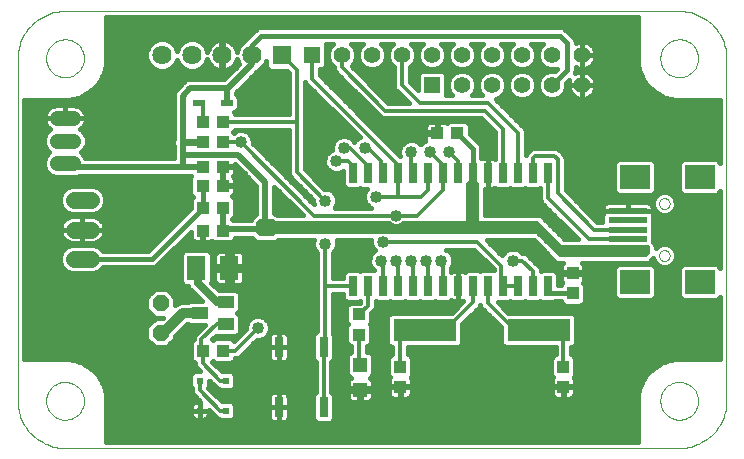
<source format=gtl>
G75*
G70*
%OFA0B0*%
%FSLAX24Y24*%
%IPPOS*%
%LPD*%
%AMOC8*
5,1,8,0,0,1.08239X$1,22.5*
%
%ADD10R,0.0256X0.0669*%
%ADD11R,0.2100X0.0760*%
%ADD12R,0.0394X0.0433*%
%ADD13R,0.0433X0.0394*%
%ADD14R,0.0472X0.0472*%
%ADD15C,0.0560*%
%ADD16R,0.0413X0.0197*%
%ADD17R,0.0300X0.0650*%
%ADD18OC8,0.0560*%
%ADD19C,0.0516*%
%ADD20R,0.0551X0.0394*%
%ADD21R,0.0630X0.0787*%
%ADD22R,0.0236X0.0236*%
%ADD23R,0.0984X0.0787*%
%ADD24R,0.1299X0.0197*%
%ADD25C,0.0000*%
%ADD26R,0.0640X0.0640*%
%ADD27C,0.0640*%
%ADD28R,0.0555X0.0555*%
%ADD29C,0.0555*%
%ADD30C,0.0120*%
%ADD31C,0.0160*%
%ADD32C,0.0400*%
%ADD33C,0.0200*%
%ADD34C,0.0240*%
%ADD35C,0.0180*%
%ADD36C,0.0320*%
%ADD37C,0.0260*%
D10*
X015568Y010159D03*
X016068Y010159D03*
X016568Y010159D03*
X017068Y010159D03*
X017568Y010159D03*
X018068Y010159D03*
X018568Y010159D03*
X019068Y010159D03*
X019568Y010159D03*
X020068Y010159D03*
X020568Y010159D03*
X021068Y010159D03*
X021568Y010159D03*
X022068Y010159D03*
X022068Y013923D03*
X021568Y013923D03*
X021068Y013923D03*
X020568Y013923D03*
X020068Y013923D03*
X019568Y013923D03*
X019068Y013923D03*
X018568Y013923D03*
X018068Y013923D03*
X017568Y013923D03*
X017068Y013923D03*
X016568Y013923D03*
X016068Y013923D03*
X015568Y013923D03*
D11*
X017955Y008694D03*
X021755Y008694D03*
D12*
X022582Y007467D03*
X022582Y006798D03*
X022894Y009923D03*
X022894Y010592D03*
X017144Y007467D03*
X017144Y006798D03*
X011229Y008007D03*
X010560Y008007D03*
X010560Y012757D03*
X011229Y012757D03*
X011229Y014945D03*
X010560Y014945D03*
X010560Y015632D03*
X011229Y015632D03*
D13*
X011229Y014132D03*
X011229Y013507D03*
X010560Y013507D03*
X010560Y014132D03*
X010560Y012007D03*
X011229Y012007D03*
X015769Y009210D03*
X015769Y008541D03*
X018372Y015257D03*
X019041Y015257D03*
D14*
X015812Y007533D03*
X015812Y006706D03*
D15*
X006829Y011057D02*
X006269Y011057D01*
X006269Y012041D02*
X006829Y012041D01*
X006829Y013025D02*
X006269Y013025D01*
D16*
X010422Y016257D03*
X011367Y016257D03*
D17*
X013093Y008119D03*
X014593Y008119D03*
X014593Y006119D03*
X013093Y006119D03*
D18*
X009158Y008596D03*
X009158Y009580D03*
D19*
X006231Y014245D02*
X005715Y014245D01*
X005715Y014993D02*
X006231Y014993D01*
X006231Y015745D02*
X005715Y015745D01*
D20*
X011327Y009631D03*
X010461Y009257D03*
X011327Y008883D03*
D21*
X011446Y010757D03*
X010343Y010757D03*
D22*
X010461Y007007D03*
X011327Y007007D03*
X011327Y006007D03*
X010461Y006007D03*
D23*
X024965Y010289D03*
X027131Y010289D03*
X027131Y013793D03*
X024965Y013793D03*
D24*
X024729Y012671D03*
X024729Y012356D03*
X024729Y012041D03*
X024729Y011726D03*
X024729Y011411D03*
D25*
X026442Y004757D02*
X005969Y004757D01*
X005892Y004759D01*
X005815Y004765D01*
X005738Y004774D01*
X005662Y004787D01*
X005586Y004804D01*
X005512Y004825D01*
X005438Y004849D01*
X005366Y004877D01*
X005296Y004908D01*
X005227Y004943D01*
X005159Y004981D01*
X005094Y005022D01*
X005031Y005067D01*
X004970Y005115D01*
X004911Y005165D01*
X004855Y005218D01*
X004802Y005274D01*
X004752Y005333D01*
X004704Y005394D01*
X004659Y005457D01*
X004618Y005522D01*
X004580Y005590D01*
X004545Y005659D01*
X004514Y005729D01*
X004486Y005801D01*
X004462Y005875D01*
X004441Y005949D01*
X004424Y006025D01*
X004411Y006101D01*
X004402Y006178D01*
X004396Y006255D01*
X004394Y006332D01*
X004394Y017749D01*
X004396Y017826D01*
X004402Y017903D01*
X004411Y017980D01*
X004424Y018056D01*
X004441Y018132D01*
X004462Y018206D01*
X004486Y018280D01*
X004514Y018352D01*
X004545Y018422D01*
X004580Y018491D01*
X004618Y018559D01*
X004659Y018624D01*
X004704Y018687D01*
X004752Y018748D01*
X004802Y018807D01*
X004855Y018863D01*
X004911Y018916D01*
X004970Y018966D01*
X005031Y019014D01*
X005094Y019059D01*
X005159Y019100D01*
X005227Y019138D01*
X005296Y019173D01*
X005366Y019204D01*
X005438Y019232D01*
X005512Y019256D01*
X005586Y019277D01*
X005662Y019294D01*
X005738Y019307D01*
X005815Y019316D01*
X005892Y019322D01*
X005969Y019324D01*
X026442Y019324D01*
X026519Y019322D01*
X026596Y019316D01*
X026673Y019307D01*
X026749Y019294D01*
X026825Y019277D01*
X026899Y019256D01*
X026973Y019232D01*
X027045Y019204D01*
X027115Y019173D01*
X027184Y019138D01*
X027252Y019100D01*
X027317Y019059D01*
X027380Y019014D01*
X027441Y018966D01*
X027500Y018916D01*
X027556Y018863D01*
X027609Y018807D01*
X027659Y018748D01*
X027707Y018687D01*
X027752Y018624D01*
X027793Y018559D01*
X027831Y018491D01*
X027866Y018422D01*
X027897Y018352D01*
X027925Y018280D01*
X027949Y018206D01*
X027970Y018132D01*
X027987Y018056D01*
X028000Y017980D01*
X028009Y017903D01*
X028015Y017826D01*
X028017Y017749D01*
X028016Y017749D02*
X028016Y006332D01*
X028017Y006332D02*
X028015Y006255D01*
X028009Y006178D01*
X028000Y006101D01*
X027987Y006025D01*
X027970Y005949D01*
X027949Y005875D01*
X027925Y005801D01*
X027897Y005729D01*
X027866Y005659D01*
X027831Y005590D01*
X027793Y005522D01*
X027752Y005457D01*
X027707Y005394D01*
X027659Y005333D01*
X027609Y005274D01*
X027556Y005218D01*
X027500Y005165D01*
X027441Y005115D01*
X027380Y005067D01*
X027317Y005022D01*
X027252Y004981D01*
X027184Y004943D01*
X027115Y004908D01*
X027045Y004877D01*
X026973Y004849D01*
X026899Y004825D01*
X026825Y004804D01*
X026749Y004787D01*
X026673Y004774D01*
X026596Y004765D01*
X026519Y004759D01*
X026442Y004757D01*
X026519Y004759D01*
X026596Y004765D01*
X026673Y004774D01*
X026749Y004787D01*
X026825Y004804D01*
X026899Y004825D01*
X026973Y004849D01*
X027045Y004877D01*
X027115Y004908D01*
X027184Y004943D01*
X027252Y004981D01*
X027317Y005022D01*
X027380Y005067D01*
X027441Y005115D01*
X027500Y005165D01*
X027556Y005218D01*
X027609Y005274D01*
X027659Y005333D01*
X027707Y005394D01*
X027752Y005457D01*
X027793Y005522D01*
X027831Y005590D01*
X027866Y005659D01*
X027897Y005729D01*
X027925Y005801D01*
X027949Y005875D01*
X027970Y005949D01*
X027987Y006025D01*
X028000Y006101D01*
X028009Y006178D01*
X028015Y006255D01*
X028017Y006332D01*
X025812Y006332D02*
X025814Y006382D01*
X025820Y006432D01*
X025830Y006481D01*
X025844Y006529D01*
X025861Y006576D01*
X025882Y006621D01*
X025907Y006665D01*
X025935Y006706D01*
X025967Y006745D01*
X026001Y006782D01*
X026038Y006816D01*
X026078Y006846D01*
X026120Y006873D01*
X026164Y006897D01*
X026210Y006918D01*
X026257Y006934D01*
X026305Y006947D01*
X026355Y006956D01*
X026404Y006961D01*
X026455Y006962D01*
X026505Y006959D01*
X026554Y006952D01*
X026603Y006941D01*
X026651Y006926D01*
X026697Y006908D01*
X026742Y006886D01*
X026785Y006860D01*
X026826Y006831D01*
X026865Y006799D01*
X026901Y006764D01*
X026933Y006726D01*
X026963Y006686D01*
X026990Y006643D01*
X027013Y006599D01*
X027032Y006553D01*
X027048Y006505D01*
X027060Y006456D01*
X027068Y006407D01*
X027072Y006357D01*
X027072Y006307D01*
X027068Y006257D01*
X027060Y006208D01*
X027048Y006159D01*
X027032Y006111D01*
X027013Y006065D01*
X026990Y006021D01*
X026963Y005978D01*
X026933Y005938D01*
X026901Y005900D01*
X026865Y005865D01*
X026826Y005833D01*
X026785Y005804D01*
X026742Y005778D01*
X026697Y005756D01*
X026651Y005738D01*
X026603Y005723D01*
X026554Y005712D01*
X026505Y005705D01*
X026455Y005702D01*
X026404Y005703D01*
X026355Y005708D01*
X026305Y005717D01*
X026257Y005730D01*
X026210Y005746D01*
X026164Y005767D01*
X026120Y005791D01*
X026078Y005818D01*
X026038Y005848D01*
X026001Y005882D01*
X025967Y005919D01*
X025935Y005958D01*
X025907Y005999D01*
X025882Y006043D01*
X025861Y006088D01*
X025844Y006135D01*
X025830Y006183D01*
X025820Y006232D01*
X025814Y006282D01*
X025812Y006332D01*
X025772Y011174D02*
X025774Y011200D01*
X025780Y011226D01*
X025790Y011251D01*
X025803Y011274D01*
X025819Y011294D01*
X025839Y011312D01*
X025861Y011327D01*
X025884Y011339D01*
X025910Y011347D01*
X025936Y011351D01*
X025962Y011351D01*
X025988Y011347D01*
X026014Y011339D01*
X026038Y011327D01*
X026059Y011312D01*
X026079Y011294D01*
X026095Y011274D01*
X026108Y011251D01*
X026118Y011226D01*
X026124Y011200D01*
X026126Y011174D01*
X026124Y011148D01*
X026118Y011122D01*
X026108Y011097D01*
X026095Y011074D01*
X026079Y011054D01*
X026059Y011036D01*
X026037Y011021D01*
X026014Y011009D01*
X025988Y011001D01*
X025962Y010997D01*
X025936Y010997D01*
X025910Y011001D01*
X025884Y011009D01*
X025860Y011021D01*
X025839Y011036D01*
X025819Y011054D01*
X025803Y011074D01*
X025790Y011097D01*
X025780Y011122D01*
X025774Y011148D01*
X025772Y011174D01*
X025772Y012907D02*
X025774Y012933D01*
X025780Y012959D01*
X025790Y012984D01*
X025803Y013007D01*
X025819Y013027D01*
X025839Y013045D01*
X025861Y013060D01*
X025884Y013072D01*
X025910Y013080D01*
X025936Y013084D01*
X025962Y013084D01*
X025988Y013080D01*
X026014Y013072D01*
X026038Y013060D01*
X026059Y013045D01*
X026079Y013027D01*
X026095Y013007D01*
X026108Y012984D01*
X026118Y012959D01*
X026124Y012933D01*
X026126Y012907D01*
X026124Y012881D01*
X026118Y012855D01*
X026108Y012830D01*
X026095Y012807D01*
X026079Y012787D01*
X026059Y012769D01*
X026037Y012754D01*
X026014Y012742D01*
X025988Y012734D01*
X025962Y012730D01*
X025936Y012730D01*
X025910Y012734D01*
X025884Y012742D01*
X025860Y012754D01*
X025839Y012769D01*
X025819Y012787D01*
X025803Y012807D01*
X025790Y012830D01*
X025780Y012855D01*
X025774Y012881D01*
X025772Y012907D01*
X028017Y017749D02*
X028015Y017826D01*
X028009Y017903D01*
X028000Y017980D01*
X027987Y018056D01*
X027970Y018132D01*
X027949Y018206D01*
X027925Y018280D01*
X027897Y018352D01*
X027866Y018422D01*
X027831Y018491D01*
X027793Y018559D01*
X027752Y018624D01*
X027707Y018687D01*
X027659Y018748D01*
X027609Y018807D01*
X027556Y018863D01*
X027500Y018916D01*
X027441Y018966D01*
X027380Y019014D01*
X027317Y019059D01*
X027252Y019100D01*
X027184Y019138D01*
X027115Y019173D01*
X027045Y019204D01*
X026973Y019232D01*
X026899Y019256D01*
X026825Y019277D01*
X026749Y019294D01*
X026673Y019307D01*
X026596Y019316D01*
X026519Y019322D01*
X026442Y019324D01*
X025812Y017749D02*
X025814Y017799D01*
X025820Y017849D01*
X025830Y017898D01*
X025844Y017946D01*
X025861Y017993D01*
X025882Y018038D01*
X025907Y018082D01*
X025935Y018123D01*
X025967Y018162D01*
X026001Y018199D01*
X026038Y018233D01*
X026078Y018263D01*
X026120Y018290D01*
X026164Y018314D01*
X026210Y018335D01*
X026257Y018351D01*
X026305Y018364D01*
X026355Y018373D01*
X026404Y018378D01*
X026455Y018379D01*
X026505Y018376D01*
X026554Y018369D01*
X026603Y018358D01*
X026651Y018343D01*
X026697Y018325D01*
X026742Y018303D01*
X026785Y018277D01*
X026826Y018248D01*
X026865Y018216D01*
X026901Y018181D01*
X026933Y018143D01*
X026963Y018103D01*
X026990Y018060D01*
X027013Y018016D01*
X027032Y017970D01*
X027048Y017922D01*
X027060Y017873D01*
X027068Y017824D01*
X027072Y017774D01*
X027072Y017724D01*
X027068Y017674D01*
X027060Y017625D01*
X027048Y017576D01*
X027032Y017528D01*
X027013Y017482D01*
X026990Y017438D01*
X026963Y017395D01*
X026933Y017355D01*
X026901Y017317D01*
X026865Y017282D01*
X026826Y017250D01*
X026785Y017221D01*
X026742Y017195D01*
X026697Y017173D01*
X026651Y017155D01*
X026603Y017140D01*
X026554Y017129D01*
X026505Y017122D01*
X026455Y017119D01*
X026404Y017120D01*
X026355Y017125D01*
X026305Y017134D01*
X026257Y017147D01*
X026210Y017163D01*
X026164Y017184D01*
X026120Y017208D01*
X026078Y017235D01*
X026038Y017265D01*
X026001Y017299D01*
X025967Y017336D01*
X025935Y017375D01*
X025907Y017416D01*
X025882Y017460D01*
X025861Y017505D01*
X025844Y017552D01*
X025830Y017600D01*
X025820Y017649D01*
X025814Y017699D01*
X025812Y017749D01*
X005969Y019324D02*
X005892Y019322D01*
X005815Y019316D01*
X005738Y019307D01*
X005662Y019294D01*
X005586Y019277D01*
X005512Y019256D01*
X005438Y019232D01*
X005366Y019204D01*
X005296Y019173D01*
X005227Y019138D01*
X005159Y019100D01*
X005094Y019059D01*
X005031Y019014D01*
X004970Y018966D01*
X004911Y018916D01*
X004855Y018863D01*
X004802Y018807D01*
X004752Y018748D01*
X004704Y018687D01*
X004659Y018624D01*
X004618Y018559D01*
X004580Y018491D01*
X004545Y018422D01*
X004514Y018352D01*
X004486Y018280D01*
X004462Y018206D01*
X004441Y018132D01*
X004424Y018056D01*
X004411Y017980D01*
X004402Y017903D01*
X004396Y017826D01*
X004394Y017749D01*
X005339Y017749D02*
X005341Y017799D01*
X005347Y017849D01*
X005357Y017898D01*
X005371Y017946D01*
X005388Y017993D01*
X005409Y018038D01*
X005434Y018082D01*
X005462Y018123D01*
X005494Y018162D01*
X005528Y018199D01*
X005565Y018233D01*
X005605Y018263D01*
X005647Y018290D01*
X005691Y018314D01*
X005737Y018335D01*
X005784Y018351D01*
X005832Y018364D01*
X005882Y018373D01*
X005931Y018378D01*
X005982Y018379D01*
X006032Y018376D01*
X006081Y018369D01*
X006130Y018358D01*
X006178Y018343D01*
X006224Y018325D01*
X006269Y018303D01*
X006312Y018277D01*
X006353Y018248D01*
X006392Y018216D01*
X006428Y018181D01*
X006460Y018143D01*
X006490Y018103D01*
X006517Y018060D01*
X006540Y018016D01*
X006559Y017970D01*
X006575Y017922D01*
X006587Y017873D01*
X006595Y017824D01*
X006599Y017774D01*
X006599Y017724D01*
X006595Y017674D01*
X006587Y017625D01*
X006575Y017576D01*
X006559Y017528D01*
X006540Y017482D01*
X006517Y017438D01*
X006490Y017395D01*
X006460Y017355D01*
X006428Y017317D01*
X006392Y017282D01*
X006353Y017250D01*
X006312Y017221D01*
X006269Y017195D01*
X006224Y017173D01*
X006178Y017155D01*
X006130Y017140D01*
X006081Y017129D01*
X006032Y017122D01*
X005982Y017119D01*
X005931Y017120D01*
X005882Y017125D01*
X005832Y017134D01*
X005784Y017147D01*
X005737Y017163D01*
X005691Y017184D01*
X005647Y017208D01*
X005605Y017235D01*
X005565Y017265D01*
X005528Y017299D01*
X005494Y017336D01*
X005462Y017375D01*
X005434Y017416D01*
X005409Y017460D01*
X005388Y017505D01*
X005371Y017552D01*
X005357Y017600D01*
X005347Y017649D01*
X005341Y017699D01*
X005339Y017749D01*
X004394Y006332D02*
X004396Y006255D01*
X004402Y006178D01*
X004411Y006101D01*
X004424Y006025D01*
X004441Y005949D01*
X004462Y005875D01*
X004486Y005801D01*
X004514Y005729D01*
X004545Y005659D01*
X004580Y005590D01*
X004618Y005522D01*
X004659Y005457D01*
X004704Y005394D01*
X004752Y005333D01*
X004802Y005274D01*
X004855Y005218D01*
X004911Y005165D01*
X004970Y005115D01*
X005031Y005067D01*
X005094Y005022D01*
X005159Y004981D01*
X005227Y004943D01*
X005296Y004908D01*
X005366Y004877D01*
X005438Y004849D01*
X005512Y004825D01*
X005586Y004804D01*
X005662Y004787D01*
X005738Y004774D01*
X005815Y004765D01*
X005892Y004759D01*
X005969Y004757D01*
X005339Y006332D02*
X005341Y006382D01*
X005347Y006432D01*
X005357Y006481D01*
X005371Y006529D01*
X005388Y006576D01*
X005409Y006621D01*
X005434Y006665D01*
X005462Y006706D01*
X005494Y006745D01*
X005528Y006782D01*
X005565Y006816D01*
X005605Y006846D01*
X005647Y006873D01*
X005691Y006897D01*
X005737Y006918D01*
X005784Y006934D01*
X005832Y006947D01*
X005882Y006956D01*
X005931Y006961D01*
X005982Y006962D01*
X006032Y006959D01*
X006081Y006952D01*
X006130Y006941D01*
X006178Y006926D01*
X006224Y006908D01*
X006269Y006886D01*
X006312Y006860D01*
X006353Y006831D01*
X006392Y006799D01*
X006428Y006764D01*
X006460Y006726D01*
X006490Y006686D01*
X006517Y006643D01*
X006540Y006599D01*
X006559Y006553D01*
X006575Y006505D01*
X006587Y006456D01*
X006595Y006407D01*
X006599Y006357D01*
X006599Y006307D01*
X006595Y006257D01*
X006587Y006208D01*
X006575Y006159D01*
X006559Y006111D01*
X006540Y006065D01*
X006517Y006021D01*
X006490Y005978D01*
X006460Y005938D01*
X006428Y005900D01*
X006392Y005865D01*
X006353Y005833D01*
X006312Y005804D01*
X006269Y005778D01*
X006224Y005756D01*
X006178Y005738D01*
X006130Y005723D01*
X006081Y005712D01*
X006032Y005705D01*
X005982Y005702D01*
X005931Y005703D01*
X005882Y005708D01*
X005832Y005717D01*
X005784Y005730D01*
X005737Y005746D01*
X005691Y005767D01*
X005647Y005791D01*
X005605Y005818D01*
X005565Y005848D01*
X005528Y005882D01*
X005494Y005919D01*
X005462Y005958D01*
X005434Y005999D01*
X005409Y006043D01*
X005388Y006088D01*
X005371Y006135D01*
X005357Y006183D01*
X005347Y006232D01*
X005341Y006282D01*
X005339Y006332D01*
D26*
X013205Y017856D03*
D27*
X012205Y017856D03*
X011205Y017856D03*
X010205Y017856D03*
X009205Y017856D03*
D28*
X014205Y017856D03*
X018205Y016856D03*
D29*
X019205Y016856D03*
X020205Y016856D03*
X020205Y017856D03*
X019205Y017856D03*
X018205Y017856D03*
X017205Y017856D03*
X016205Y017856D03*
X015205Y017856D03*
X021205Y017856D03*
X022205Y017856D03*
X023205Y017856D03*
X023205Y016856D03*
X022205Y016856D03*
X021205Y016856D03*
D30*
X020082Y016257D02*
X017804Y016257D01*
X017205Y016856D01*
X017205Y017856D01*
X016644Y016007D02*
X015205Y017446D01*
X015205Y017856D01*
X014205Y017856D02*
X014205Y017071D01*
X017019Y014257D01*
X017019Y013971D01*
X017068Y013923D01*
X017068Y013132D01*
X016332Y013132D01*
X017832Y013132D01*
X018068Y013368D01*
X018068Y013923D01*
X018568Y013923D02*
X018568Y014209D01*
X018144Y014632D01*
X017519Y014632D02*
X017519Y013971D01*
X017568Y013923D01*
X018568Y013923D02*
X018568Y013368D01*
X017707Y012507D01*
X017019Y012507D01*
X014269Y012507D01*
X011832Y014945D01*
X011229Y014945D01*
X011229Y015632D02*
X013705Y015632D01*
X013705Y017356D01*
X013205Y017856D01*
X010560Y016257D02*
X010422Y016257D01*
X010560Y016257D02*
X010560Y015632D01*
X013705Y015632D02*
X013705Y013946D01*
X014644Y013007D01*
X015568Y013923D02*
X015568Y014146D01*
X015394Y014320D01*
X015019Y014320D01*
X015269Y014757D02*
X015457Y014757D01*
X016068Y014146D01*
X016068Y013923D01*
X016519Y013971D02*
X016519Y014320D01*
X016082Y014757D01*
X015957Y014757D01*
X016519Y013971D02*
X016568Y013923D01*
X016789Y012257D02*
X016827Y012219D01*
X016952Y012167D01*
X017087Y012167D01*
X017212Y012219D01*
X017250Y012257D01*
X019332Y012257D01*
X019394Y012320D01*
X019394Y013570D01*
X019457Y013632D01*
X019644Y013632D01*
X019707Y013570D01*
X019707Y012320D01*
X019769Y012257D01*
X021707Y012257D01*
X022519Y011445D01*
X025394Y011445D01*
X025394Y011257D01*
X025332Y011195D01*
X022457Y011195D01*
X021707Y011945D01*
X016716Y011945D01*
X016650Y011972D01*
X016514Y011972D01*
X016448Y011945D01*
X012957Y011945D01*
X012894Y011882D01*
X012457Y011882D01*
X012394Y011945D01*
X012394Y012257D01*
X012457Y012320D01*
X012894Y012320D01*
X012957Y012257D01*
X016789Y012257D01*
X016820Y012225D02*
X012394Y012225D01*
X012394Y012107D02*
X021857Y012107D01*
X021739Y012225D02*
X017218Y012225D01*
X016582Y011632D02*
X019707Y011632D01*
X020519Y010820D01*
X020519Y010207D01*
X020568Y010159D01*
X021068Y010159D01*
X021568Y010159D02*
X021568Y010646D01*
X021207Y011007D01*
X020894Y011007D01*
X021782Y011870D02*
X022094Y011870D01*
X021976Y011988D02*
X012394Y011988D01*
X014644Y011570D02*
X014644Y010159D01*
X015568Y010159D01*
X016068Y010159D02*
X016068Y009509D01*
X015769Y009210D01*
X015769Y008541D02*
X015769Y007575D01*
X015812Y007533D01*
X014644Y008171D02*
X014593Y008119D01*
X014593Y006119D01*
X014644Y008171D02*
X014644Y010159D01*
X016568Y010159D02*
X016568Y010959D01*
X016519Y011007D01*
X017019Y011007D02*
X017068Y010959D01*
X017068Y010159D01*
X017568Y010159D02*
X017568Y010959D01*
X017519Y011007D01*
X018019Y011007D02*
X018068Y010959D01*
X018068Y010159D01*
X018568Y010159D02*
X018568Y010959D01*
X018519Y011007D01*
X019568Y010159D02*
X019568Y009618D01*
X018644Y008695D01*
X017955Y008695D01*
X017769Y008695D01*
X017144Y008632D01*
X017144Y007467D01*
X017955Y008694D02*
X017955Y008695D01*
X020068Y009584D02*
X020894Y008757D01*
X021692Y008757D01*
X021755Y008694D01*
X021755Y008695D01*
X022519Y008695D01*
X022582Y008632D01*
X022582Y007467D01*
X020068Y009584D02*
X020068Y010159D01*
X022019Y011633D02*
X022331Y011633D01*
X022213Y011751D02*
X021900Y011751D01*
X022137Y011514D02*
X022450Y011514D01*
X022256Y011396D02*
X025394Y011396D01*
X025394Y011277D02*
X022374Y011277D01*
X023426Y011726D02*
X022068Y013084D01*
X022068Y013923D01*
X021568Y013923D02*
X021568Y014430D01*
X021644Y014507D01*
X022269Y014507D01*
X022394Y014382D01*
X022394Y013257D01*
X023611Y012041D01*
X024729Y012041D01*
X024729Y011726D02*
X023426Y011726D01*
X021068Y013923D02*
X021068Y015271D01*
X020082Y016257D01*
X019957Y016007D02*
X016644Y016007D01*
X018769Y014632D02*
X019068Y014334D01*
X019068Y013923D01*
X019394Y013529D02*
X019707Y013529D01*
X019707Y013411D02*
X019394Y013411D01*
X019394Y013292D02*
X019707Y013292D01*
X019707Y013174D02*
X019394Y013174D01*
X019394Y013055D02*
X019707Y013055D01*
X019707Y012937D02*
X019394Y012937D01*
X019394Y012818D02*
X019707Y012818D01*
X019707Y012700D02*
X019394Y012700D01*
X019394Y012581D02*
X019707Y012581D01*
X019707Y012462D02*
X019394Y012462D01*
X019394Y012344D02*
X019707Y012344D01*
X020568Y013923D02*
X020568Y015396D01*
X019957Y016007D01*
X020582Y013937D02*
X020568Y013923D01*
X012394Y008757D02*
X011644Y008007D01*
X011229Y008007D01*
X010560Y008007D02*
X010560Y007592D01*
X011144Y007007D01*
X011327Y007007D01*
X010461Y007007D02*
X010461Y006690D01*
X011144Y006007D01*
X011327Y006007D01*
X010560Y008007D02*
X010519Y008048D01*
X010519Y008382D01*
X011020Y008883D01*
X011327Y008883D01*
D31*
X010991Y008486D02*
X011686Y008486D01*
X011803Y008603D01*
X011803Y009163D01*
X011709Y009257D01*
X011803Y009351D01*
X011803Y009911D01*
X011686Y010028D01*
X011090Y010028D01*
X010848Y010270D01*
X010858Y010281D01*
X010858Y011234D01*
X010741Y011351D01*
X009945Y011351D01*
X009828Y011234D01*
X009828Y010281D01*
X009945Y010163D01*
X010076Y010163D01*
X010115Y010070D01*
X010207Y009977D01*
X010531Y009654D01*
X010103Y009654D01*
X010066Y009617D01*
X009823Y009617D01*
X009690Y009562D01*
X009638Y009510D01*
X009638Y009779D01*
X009357Y010060D01*
X008959Y010060D01*
X008678Y009779D01*
X008678Y009381D01*
X008959Y009100D01*
X009228Y009100D01*
X009204Y009076D01*
X008959Y009076D01*
X008678Y008795D01*
X008678Y008397D01*
X008959Y008116D01*
X009357Y008116D01*
X009638Y008397D01*
X009638Y008492D01*
X010043Y008897D01*
X010066Y008897D01*
X010103Y008860D01*
X010630Y008860D01*
X010372Y008603D01*
X010299Y008529D01*
X010259Y008434D01*
X010259Y008403D01*
X010163Y008307D01*
X010163Y007708D01*
X010280Y007591D01*
X010300Y007591D01*
X010300Y007540D01*
X010339Y007445D01*
X010459Y007325D01*
X010260Y007325D01*
X010143Y007208D01*
X010143Y006806D01*
X010201Y006748D01*
X010201Y006742D01*
X010201Y006639D01*
X010241Y006543D01*
X010479Y006305D01*
X010461Y006305D01*
X010319Y006305D01*
X010274Y006293D01*
X010233Y006269D01*
X010199Y006236D01*
X010175Y006195D01*
X010163Y006149D01*
X010163Y006007D01*
X010163Y005865D01*
X010175Y005820D01*
X010199Y005779D01*
X010233Y005745D01*
X010274Y005721D01*
X010319Y005709D01*
X010461Y005709D01*
X010461Y006007D01*
X010163Y006007D01*
X010461Y006007D01*
X010461Y006007D01*
X010461Y006007D01*
X010461Y005709D01*
X010603Y005709D01*
X010649Y005721D01*
X010690Y005745D01*
X010723Y005779D01*
X010747Y005820D01*
X010759Y005865D01*
X010759Y006007D01*
X010462Y006007D01*
X010462Y006007D01*
X010759Y006007D01*
X010759Y006024D01*
X010924Y005860D01*
X010997Y005787D01*
X011051Y005764D01*
X011126Y005689D01*
X011528Y005689D01*
X011645Y005806D01*
X011645Y006208D01*
X011528Y006325D01*
X011194Y006325D01*
X010746Y006773D01*
X010779Y006806D01*
X010779Y007004D01*
X010924Y006860D01*
X010997Y006787D01*
X011051Y006764D01*
X011126Y006689D01*
X011528Y006689D01*
X011645Y006806D01*
X011645Y007208D01*
X011528Y007325D01*
X011194Y007325D01*
X010884Y007635D01*
X010894Y007646D01*
X010949Y007591D01*
X011509Y007591D01*
X011626Y007708D01*
X011626Y007747D01*
X011696Y007747D01*
X011792Y007787D01*
X012362Y008357D01*
X012474Y008357D01*
X012621Y008418D01*
X012733Y008531D01*
X012794Y008678D01*
X012794Y008837D01*
X012733Y008984D01*
X012621Y009096D01*
X012474Y009157D01*
X012315Y009157D01*
X012168Y009096D01*
X012055Y008984D01*
X011994Y008837D01*
X011994Y008725D01*
X011601Y008331D01*
X011509Y008424D01*
X010949Y008424D01*
X010894Y008369D01*
X010884Y008379D01*
X010991Y008486D01*
X010929Y008404D02*
X010908Y008404D01*
X010490Y008721D02*
X009867Y008721D01*
X010026Y008879D02*
X010084Y008879D01*
X010332Y008562D02*
X009708Y008562D01*
X009638Y008404D02*
X010259Y008404D01*
X010163Y008245D02*
X009486Y008245D01*
X008830Y008245D02*
X004594Y008245D01*
X004594Y008087D02*
X010163Y008087D01*
X010163Y007928D02*
X004594Y007928D01*
X004594Y007769D02*
X010163Y007769D01*
X010260Y007611D02*
X006516Y007611D01*
X006502Y007619D02*
X006428Y007639D01*
X006425Y007643D01*
X006358Y007658D01*
X006294Y007682D01*
X006285Y007677D01*
X006238Y007690D01*
X006234Y007695D01*
X006214Y007696D01*
X006151Y007713D01*
X006103Y007713D01*
X006099Y007714D01*
X006097Y007713D01*
X006052Y007713D01*
X005976Y007713D01*
X005901Y007718D01*
X005895Y007713D01*
X004594Y007713D01*
X004594Y016368D01*
X005895Y016368D01*
X005901Y016363D01*
X005976Y016368D01*
X006052Y016368D01*
X006097Y016368D01*
X006099Y016367D01*
X006104Y016368D01*
X006151Y016368D01*
X006214Y016385D01*
X006234Y016387D01*
X006238Y016392D01*
X006285Y016404D01*
X006294Y016400D01*
X006358Y016424D01*
X006425Y016438D01*
X006428Y016442D01*
X006502Y016462D01*
X006575Y016505D01*
X006607Y016516D01*
X006611Y016525D01*
X006650Y016548D01*
X006661Y016546D01*
X006709Y016582D01*
X006754Y016608D01*
X006776Y016620D01*
X006776Y016621D01*
X006817Y016644D01*
X006891Y016718D01*
X006929Y016746D01*
X006930Y016757D01*
X006961Y016788D01*
X006972Y016790D01*
X007001Y016828D01*
X007074Y016901D01*
X007098Y016942D01*
X007099Y016942D01*
X007111Y016965D01*
X009928Y016965D01*
X009974Y017011D02*
X009724Y016761D01*
X009640Y016677D01*
X009594Y016567D01*
X009594Y015057D01*
X009574Y015008D01*
X009574Y014881D01*
X009594Y014833D01*
X009594Y014598D01*
X009594Y014432D01*
X006649Y014432D01*
X006619Y014505D01*
X006504Y014619D01*
X006619Y014734D01*
X006689Y014902D01*
X006689Y015084D01*
X006619Y015253D01*
X006490Y015381D01*
X006480Y015386D01*
X006516Y015411D01*
X006565Y015460D01*
X006605Y015516D01*
X006637Y015577D01*
X006658Y015643D01*
X006669Y015711D01*
X006669Y015745D01*
X005973Y015745D01*
X005277Y015745D01*
X005277Y015711D01*
X005288Y015643D01*
X005310Y015577D01*
X005341Y015516D01*
X005381Y015460D01*
X005430Y015411D01*
X005466Y015386D01*
X005456Y015381D01*
X005327Y015253D01*
X005257Y015084D01*
X005257Y014902D01*
X005327Y014734D01*
X005442Y014619D01*
X005327Y014505D01*
X005257Y014336D01*
X005257Y014154D01*
X005327Y013986D01*
X005456Y013857D01*
X005624Y013788D01*
X006322Y013788D01*
X006430Y013832D01*
X009954Y013832D01*
X010163Y013832D01*
X010176Y013820D01*
X010143Y013787D01*
X010143Y013227D01*
X010238Y013132D01*
X010163Y013057D01*
X010163Y012756D01*
X008743Y011337D01*
X007228Y011337D01*
X007101Y011464D01*
X006925Y011537D01*
X006174Y011537D01*
X005997Y011464D01*
X005862Y011329D01*
X005789Y011152D01*
X005789Y010961D01*
X005862Y010785D01*
X005997Y010650D01*
X006174Y010577D01*
X006925Y010577D01*
X007101Y010650D01*
X007228Y010777D01*
X008804Y010777D01*
X008915Y010777D01*
X009018Y010819D01*
X010163Y011965D01*
X010163Y011787D01*
X010175Y011741D01*
X010199Y011700D01*
X010233Y011666D01*
X010274Y011643D01*
X010319Y011630D01*
X010541Y011630D01*
X010541Y011988D01*
X010578Y011988D01*
X010578Y011630D01*
X010800Y011630D01*
X010846Y011643D01*
X010878Y011661D01*
X010930Y011610D01*
X011528Y011610D01*
X011645Y011727D01*
X011645Y011770D01*
X012202Y011770D01*
X012247Y011724D01*
X012310Y011662D01*
X012405Y011622D01*
X012509Y011622D01*
X012946Y011622D01*
X013042Y011662D01*
X013065Y011685D01*
X014259Y011685D01*
X014244Y011649D01*
X014244Y011490D01*
X014305Y011343D01*
X014384Y011264D01*
X014384Y010107D01*
X014384Y008644D01*
X014360Y008644D01*
X014243Y008527D01*
X014243Y007711D01*
X014333Y007621D01*
X014333Y006617D01*
X014243Y006527D01*
X014243Y005711D01*
X014360Y005594D01*
X014826Y005594D01*
X014943Y005711D01*
X014943Y006527D01*
X014853Y006617D01*
X014853Y007621D01*
X014943Y007711D01*
X014943Y008527D01*
X014904Y008566D01*
X014904Y009899D01*
X015240Y009899D01*
X015240Y009741D01*
X015357Y009624D01*
X015778Y009624D01*
X015808Y009653D01*
X015808Y009616D01*
X015799Y009607D01*
X015470Y009607D01*
X015353Y009490D01*
X015353Y008931D01*
X015408Y008876D01*
X015353Y008821D01*
X015353Y008261D01*
X015470Y008144D01*
X015509Y008144D01*
X015509Y007969D01*
X015493Y007969D01*
X015375Y007852D01*
X015375Y007214D01*
X015489Y007100D01*
X015465Y007086D01*
X015431Y007053D01*
X015408Y007012D01*
X015395Y006966D01*
X015395Y006744D01*
X015773Y006744D01*
X015773Y006668D01*
X015395Y006668D01*
X015395Y006446D01*
X015408Y006400D01*
X015431Y006359D01*
X015465Y006326D01*
X015506Y006302D01*
X015552Y006290D01*
X015773Y006290D01*
X015773Y006668D01*
X015850Y006668D01*
X015850Y006744D01*
X016228Y006744D01*
X016228Y006966D01*
X016216Y007012D01*
X016192Y007053D01*
X016158Y007086D01*
X016134Y007100D01*
X016248Y007214D01*
X016248Y007852D01*
X016131Y007969D01*
X016029Y007969D01*
X016029Y008144D01*
X016069Y008144D01*
X016186Y008261D01*
X016186Y008821D01*
X016131Y008876D01*
X016186Y008931D01*
X016186Y009259D01*
X016288Y009361D01*
X016328Y009457D01*
X016328Y009560D01*
X016328Y009653D01*
X016357Y009624D01*
X016778Y009624D01*
X016818Y009663D01*
X016857Y009624D01*
X017278Y009624D01*
X017318Y009663D01*
X017357Y009624D01*
X017778Y009624D01*
X017818Y009663D01*
X017857Y009624D01*
X018278Y009624D01*
X018318Y009663D01*
X018357Y009624D01*
X018778Y009624D01*
X018832Y009678D01*
X018870Y009656D01*
X018916Y009644D01*
X019067Y009644D01*
X019067Y010158D01*
X019068Y010158D01*
X019068Y009644D01*
X019219Y009644D01*
X019229Y009647D01*
X018856Y009274D01*
X016822Y009274D01*
X016705Y009157D01*
X016705Y008231D01*
X016822Y008114D01*
X016884Y008114D01*
X016884Y007883D01*
X016865Y007883D01*
X016747Y007766D01*
X016747Y007167D01*
X016799Y007116D01*
X016780Y007084D01*
X016767Y007038D01*
X016767Y006816D01*
X017126Y006816D01*
X017126Y006779D01*
X017163Y006779D01*
X017163Y006816D01*
X017521Y006816D01*
X017521Y007038D01*
X017509Y007084D01*
X017490Y007116D01*
X017541Y007167D01*
X017541Y007766D01*
X017424Y007883D01*
X017404Y007883D01*
X017404Y008114D01*
X019088Y008114D01*
X019205Y008231D01*
X019205Y008888D01*
X019788Y009471D01*
X019811Y009525D01*
X019847Y009437D01*
X020505Y008779D01*
X020505Y008231D01*
X020622Y008114D01*
X022322Y008114D01*
X022322Y007883D01*
X022302Y007883D01*
X022185Y007766D01*
X022185Y007167D01*
X022236Y007116D01*
X022217Y007084D01*
X022205Y007038D01*
X022205Y006816D01*
X022563Y006816D01*
X022563Y006779D01*
X022205Y006779D01*
X022205Y006557D01*
X022217Y006511D01*
X022241Y006470D01*
X022274Y006437D01*
X022316Y006413D01*
X022361Y006401D01*
X022563Y006401D01*
X022563Y006779D01*
X022600Y006779D01*
X022600Y006401D01*
X022802Y006401D01*
X022848Y006413D01*
X022889Y006437D01*
X022923Y006470D01*
X022946Y006511D01*
X022959Y006557D01*
X022959Y006779D01*
X022601Y006779D01*
X022601Y006816D01*
X022959Y006816D01*
X022959Y007038D01*
X022946Y007084D01*
X022927Y007116D01*
X022979Y007167D01*
X022979Y007766D01*
X022862Y007883D01*
X022842Y007883D01*
X022842Y008114D01*
X022888Y008114D01*
X023005Y008231D01*
X023005Y009157D01*
X022888Y009274D01*
X020745Y009274D01*
X020395Y009624D01*
X020778Y009624D01*
X020818Y009663D01*
X020857Y009624D01*
X021278Y009624D01*
X021318Y009663D01*
X021357Y009624D01*
X021778Y009624D01*
X021818Y009663D01*
X021857Y009624D01*
X022278Y009624D01*
X022297Y009643D01*
X022497Y009643D01*
X022497Y009623D01*
X022615Y009506D01*
X023174Y009506D01*
X023291Y009623D01*
X023291Y010222D01*
X023240Y010273D01*
X023259Y010306D01*
X024273Y010306D01*
X024273Y010148D02*
X023291Y010148D01*
X023291Y009989D02*
X024273Y009989D01*
X024273Y009831D02*
X023291Y009831D01*
X023291Y009672D02*
X027816Y009672D01*
X027706Y009695D02*
X027816Y009806D01*
X027816Y007713D01*
X026516Y007713D01*
X026510Y007718D01*
X026434Y007713D01*
X026359Y007713D01*
X026314Y007713D01*
X026312Y007714D01*
X026307Y007713D01*
X026260Y007713D01*
X026196Y007696D01*
X026177Y007695D01*
X026172Y007690D01*
X026126Y007677D01*
X026117Y007682D01*
X026052Y007658D01*
X025985Y007643D01*
X025983Y007639D01*
X025908Y007619D01*
X025835Y007577D01*
X025803Y007565D01*
X025799Y007556D01*
X025761Y007534D01*
X025749Y007535D01*
X025702Y007499D01*
X025657Y007473D01*
X025634Y007461D01*
X025594Y007437D01*
X025520Y007363D01*
X025482Y007335D01*
X025480Y007324D01*
X025450Y007293D01*
X025439Y007292D01*
X025410Y007254D01*
X025336Y007180D01*
X025313Y007139D01*
X025312Y007139D01*
X025300Y007116D01*
X025274Y007072D01*
X025238Y007024D01*
X025240Y007013D01*
X025218Y006974D01*
X025209Y006970D01*
X025197Y006938D01*
X025155Y006865D01*
X025135Y006791D01*
X025130Y006788D01*
X025116Y006721D01*
X025092Y006657D01*
X025096Y006647D01*
X025084Y006601D01*
X025079Y006597D01*
X025078Y006577D01*
X025060Y006514D01*
X025060Y006466D01*
X025059Y006462D01*
X025060Y006460D01*
X025060Y006415D01*
X025060Y006339D01*
X025055Y006264D01*
X025060Y006257D01*
X025060Y004957D01*
X007350Y004957D01*
X007350Y006257D01*
X007356Y006264D01*
X007350Y006339D01*
X007350Y006415D01*
X007350Y006460D01*
X007351Y006462D01*
X007350Y006466D01*
X007350Y006514D01*
X007333Y006577D01*
X007332Y006597D01*
X007327Y006601D01*
X007314Y006647D01*
X007319Y006657D01*
X007295Y006721D01*
X007280Y006788D01*
X007276Y006791D01*
X007256Y006865D01*
X007214Y006938D01*
X007202Y006970D01*
X007193Y006974D01*
X007171Y007013D01*
X007172Y007024D01*
X007137Y007072D01*
X007111Y007117D01*
X007099Y007139D01*
X007098Y007139D01*
X007074Y007180D01*
X007001Y007254D01*
X006972Y007292D01*
X006961Y007293D01*
X006930Y007324D01*
X006929Y007335D01*
X006891Y007363D01*
X006817Y007437D01*
X006776Y007461D01*
X006754Y007474D01*
X006709Y007499D01*
X006661Y007535D01*
X006650Y007534D01*
X006611Y007556D01*
X006607Y007565D01*
X006576Y007577D01*
X006502Y007619D01*
X006776Y007461D02*
X006776Y007461D01*
X006791Y007452D02*
X010336Y007452D01*
X010229Y007294D02*
X006960Y007294D01*
X007101Y007135D02*
X010143Y007135D01*
X010143Y006977D02*
X007192Y006977D01*
X007269Y006818D02*
X010143Y006818D01*
X010201Y006660D02*
X007318Y006660D01*
X007350Y006501D02*
X010283Y006501D01*
X010441Y006343D02*
X007350Y006343D01*
X007350Y006184D02*
X010173Y006184D01*
X010163Y006026D02*
X007350Y006026D01*
X007350Y005867D02*
X010163Y005867D01*
X010461Y005867D02*
X010461Y005867D01*
X010461Y006008D02*
X010461Y006305D01*
X010461Y006008D01*
X010461Y006008D01*
X010461Y006026D02*
X010461Y006026D01*
X010461Y006184D02*
X010461Y006184D01*
X010759Y005867D02*
X010917Y005867D01*
X011107Y005708D02*
X007350Y005708D01*
X007350Y005550D02*
X025060Y005550D01*
X025060Y005708D02*
X014940Y005708D01*
X014943Y005867D02*
X025060Y005867D01*
X025060Y006026D02*
X014943Y006026D01*
X014943Y006184D02*
X025060Y006184D01*
X025060Y006343D02*
X016175Y006343D01*
X016192Y006359D02*
X016216Y006400D01*
X016228Y006446D01*
X016228Y006668D01*
X015850Y006668D01*
X015850Y006290D01*
X016072Y006290D01*
X016117Y006302D01*
X016158Y006326D01*
X016192Y006359D01*
X016228Y006501D02*
X016786Y006501D01*
X016780Y006511D02*
X016803Y006470D01*
X016837Y006437D01*
X016878Y006413D01*
X016924Y006401D01*
X017126Y006401D01*
X017126Y006779D01*
X016767Y006779D01*
X016767Y006557D01*
X016780Y006511D01*
X016767Y006660D02*
X016228Y006660D01*
X016228Y006818D02*
X016767Y006818D01*
X016767Y006977D02*
X016225Y006977D01*
X016169Y007135D02*
X016780Y007135D01*
X016747Y007294D02*
X016248Y007294D01*
X016248Y007452D02*
X016747Y007452D01*
X016747Y007611D02*
X016248Y007611D01*
X016248Y007769D02*
X016751Y007769D01*
X016884Y007928D02*
X016172Y007928D01*
X016029Y008087D02*
X016884Y008087D01*
X016705Y008245D02*
X016170Y008245D01*
X016186Y008404D02*
X016705Y008404D01*
X016705Y008562D02*
X016186Y008562D01*
X016186Y008721D02*
X016705Y008721D01*
X016705Y008879D02*
X016134Y008879D01*
X016186Y009038D02*
X016705Y009038D01*
X016744Y009196D02*
X016186Y009196D01*
X016281Y009355D02*
X018937Y009355D01*
X019095Y009513D02*
X016328Y009513D01*
X015376Y009513D02*
X014904Y009513D01*
X014904Y009355D02*
X015353Y009355D01*
X015353Y009196D02*
X014904Y009196D01*
X014904Y009038D02*
X015353Y009038D01*
X015404Y008879D02*
X014904Y008879D01*
X014904Y008721D02*
X015353Y008721D01*
X015353Y008562D02*
X014908Y008562D01*
X014943Y008404D02*
X015353Y008404D01*
X015369Y008245D02*
X014943Y008245D01*
X014943Y008087D02*
X015509Y008087D01*
X015452Y007928D02*
X014943Y007928D01*
X014943Y007769D02*
X015375Y007769D01*
X015375Y007611D02*
X014853Y007611D01*
X014853Y007452D02*
X015375Y007452D01*
X015375Y007294D02*
X014853Y007294D01*
X014853Y007135D02*
X015454Y007135D01*
X015398Y006977D02*
X014853Y006977D01*
X014853Y006818D02*
X015395Y006818D01*
X015395Y006660D02*
X014853Y006660D01*
X014943Y006501D02*
X015395Y006501D01*
X015448Y006343D02*
X014943Y006343D01*
X014333Y006660D02*
X010859Y006660D01*
X010779Y006818D02*
X010966Y006818D01*
X010807Y006977D02*
X010779Y006977D01*
X011018Y006501D02*
X012772Y006501D01*
X012775Y006514D02*
X012763Y006468D01*
X012763Y006120D01*
X013093Y006120D01*
X013093Y006624D01*
X012919Y006624D01*
X012874Y006612D01*
X012833Y006588D01*
X012799Y006555D01*
X012775Y006514D01*
X012763Y006343D02*
X011177Y006343D01*
X011645Y006184D02*
X012763Y006184D01*
X012763Y006119D02*
X012763Y005771D01*
X012775Y005725D01*
X012799Y005684D01*
X012833Y005650D01*
X012874Y005627D01*
X012919Y005614D01*
X013093Y005614D01*
X013093Y006119D01*
X013093Y006119D01*
X012763Y006119D01*
X012763Y006026D02*
X011645Y006026D01*
X011645Y005867D02*
X012763Y005867D01*
X012785Y005708D02*
X011548Y005708D01*
X011645Y006818D02*
X014333Y006818D01*
X014333Y006977D02*
X011645Y006977D01*
X011645Y007135D02*
X014333Y007135D01*
X014333Y007294D02*
X011560Y007294D01*
X011529Y007611D02*
X014333Y007611D01*
X014333Y007452D02*
X011067Y007452D01*
X010929Y007611D02*
X010908Y007611D01*
X011750Y007769D02*
X012763Y007769D01*
X012763Y007771D02*
X012775Y007725D01*
X012799Y007684D01*
X012833Y007650D01*
X012874Y007627D01*
X012919Y007614D01*
X013093Y007614D01*
X013093Y008119D01*
X013093Y008119D01*
X012763Y008119D01*
X012763Y007771D01*
X012763Y007928D02*
X011933Y007928D01*
X012091Y008087D02*
X012763Y008087D01*
X012763Y008120D02*
X013093Y008120D01*
X013093Y008624D01*
X012919Y008624D01*
X012874Y008612D01*
X012833Y008588D01*
X012799Y008555D01*
X012775Y008514D01*
X012763Y008468D01*
X012763Y008120D01*
X012763Y008245D02*
X012250Y008245D01*
X012586Y008404D02*
X012763Y008404D01*
X012746Y008562D02*
X012806Y008562D01*
X012794Y008721D02*
X014384Y008721D01*
X014384Y008879D02*
X012777Y008879D01*
X012679Y009038D02*
X014384Y009038D01*
X014384Y009196D02*
X011769Y009196D01*
X011803Y009038D02*
X012109Y009038D01*
X012012Y008879D02*
X011803Y008879D01*
X011803Y008721D02*
X011990Y008721D01*
X011832Y008562D02*
X011762Y008562D01*
X011673Y008404D02*
X011529Y008404D01*
X011803Y009355D02*
X014384Y009355D01*
X014384Y009513D02*
X011803Y009513D01*
X011803Y009672D02*
X014384Y009672D01*
X014384Y009831D02*
X011803Y009831D01*
X011725Y009989D02*
X014384Y009989D01*
X014384Y010148D02*
X010970Y010148D01*
X011020Y010219D02*
X011061Y010196D01*
X011107Y010183D01*
X011368Y010183D01*
X011368Y010679D01*
X011523Y010679D01*
X011523Y010183D01*
X011784Y010183D01*
X011830Y010196D01*
X011871Y010219D01*
X011904Y010253D01*
X011928Y010294D01*
X011940Y010340D01*
X011940Y010680D01*
X011523Y010680D01*
X011523Y010835D01*
X011368Y010835D01*
X011368Y011331D01*
X011107Y011331D01*
X011061Y011319D01*
X011020Y011295D01*
X010986Y011261D01*
X010963Y011220D01*
X010951Y011175D01*
X010951Y010835D01*
X011368Y010835D01*
X011368Y010680D01*
X010951Y010680D01*
X010951Y010340D01*
X010963Y010294D01*
X010986Y010253D01*
X011020Y010219D01*
X010960Y010306D02*
X010858Y010306D01*
X010858Y010465D02*
X010951Y010465D01*
X010951Y010623D02*
X010858Y010623D01*
X010858Y010782D02*
X011368Y010782D01*
X011523Y010782D02*
X014384Y010782D01*
X014384Y010940D02*
X011940Y010940D01*
X011940Y010835D02*
X011940Y011175D01*
X011928Y011220D01*
X011904Y011261D01*
X011871Y011295D01*
X011830Y011319D01*
X011784Y011331D01*
X011523Y011331D01*
X011523Y010835D01*
X011940Y010835D01*
X011940Y010623D02*
X014384Y010623D01*
X014384Y010465D02*
X011940Y010465D01*
X011931Y010306D02*
X014384Y010306D01*
X014904Y010419D02*
X014904Y011264D01*
X014983Y011343D01*
X015044Y011490D01*
X015044Y011649D01*
X015030Y011685D01*
X016182Y011685D01*
X016182Y011553D01*
X016243Y011406D01*
X016299Y011349D01*
X016293Y011346D01*
X016180Y011234D01*
X016119Y011087D01*
X016119Y010928D01*
X016180Y010781D01*
X016267Y010693D01*
X015857Y010693D01*
X015818Y010654D01*
X015778Y010693D01*
X015357Y010693D01*
X015240Y010576D01*
X015240Y010419D01*
X014904Y010419D01*
X014904Y010465D02*
X015240Y010465D01*
X015287Y010623D02*
X014904Y010623D01*
X014904Y010782D02*
X016180Y010782D01*
X016119Y010940D02*
X014904Y010940D01*
X014904Y011099D02*
X016124Y011099D01*
X016204Y011257D02*
X014904Y011257D01*
X015014Y011416D02*
X016238Y011416D01*
X016182Y011575D02*
X015044Y011575D01*
X014384Y011257D02*
X011907Y011257D01*
X011940Y011099D02*
X014384Y011099D01*
X014275Y011416D02*
X009614Y011416D01*
X009456Y011257D02*
X009852Y011257D01*
X009828Y011099D02*
X009297Y011099D01*
X009139Y010940D02*
X009828Y010940D01*
X009828Y010782D02*
X008927Y010782D01*
X008859Y011057D02*
X010560Y012757D01*
X010560Y013507D01*
X010143Y013477D02*
X006993Y013477D01*
X006925Y013505D02*
X007101Y013432D01*
X007236Y013297D01*
X007309Y013121D01*
X007309Y012930D01*
X007236Y012753D01*
X007101Y012618D01*
X006925Y012545D01*
X006174Y012545D01*
X005997Y012618D01*
X005862Y012753D01*
X005789Y012930D01*
X005789Y013121D01*
X005862Y013297D01*
X005997Y013432D01*
X006174Y013505D01*
X006925Y013505D01*
X007215Y013319D02*
X010143Y013319D01*
X010211Y013160D02*
X007293Y013160D01*
X007309Y013001D02*
X010163Y013001D01*
X010163Y012843D02*
X007273Y012843D01*
X007167Y012684D02*
X010091Y012684D01*
X009932Y012526D02*
X004594Y012526D01*
X004594Y012684D02*
X005931Y012684D01*
X005825Y012843D02*
X004594Y012843D01*
X004594Y013001D02*
X005789Y013001D01*
X005805Y013160D02*
X004594Y013160D01*
X004594Y013319D02*
X005884Y013319D01*
X006105Y013477D02*
X004594Y013477D01*
X004594Y013636D02*
X010143Y013636D01*
X010150Y013794D02*
X006338Y013794D01*
X005608Y013794D02*
X004594Y013794D01*
X004594Y013953D02*
X005361Y013953D01*
X005275Y014111D02*
X004594Y014111D01*
X004594Y014270D02*
X005257Y014270D01*
X005296Y014428D02*
X004594Y014428D01*
X004594Y014587D02*
X005409Y014587D01*
X005322Y014745D02*
X004594Y014745D01*
X004594Y014904D02*
X005257Y014904D01*
X005257Y015062D02*
X004594Y015062D01*
X004594Y015221D02*
X005314Y015221D01*
X005454Y015380D02*
X004594Y015380D01*
X004594Y015538D02*
X005329Y015538D01*
X005280Y015697D02*
X004594Y015697D01*
X004594Y015855D02*
X005291Y015855D01*
X005288Y015848D02*
X005277Y015780D01*
X005277Y015746D01*
X005973Y015746D01*
X005973Y016183D01*
X005681Y016183D01*
X005613Y016172D01*
X005547Y016151D01*
X005486Y016120D01*
X005430Y016079D01*
X005381Y016031D01*
X005341Y015975D01*
X005310Y015913D01*
X005288Y015848D01*
X005369Y016014D02*
X004594Y016014D01*
X004594Y016172D02*
X005613Y016172D01*
X005973Y016172D02*
X005973Y016172D01*
X005973Y016183D02*
X005973Y015746D01*
X005973Y015746D01*
X005973Y015745D01*
X005973Y015746D01*
X006669Y015746D01*
X006669Y015780D01*
X006658Y015848D01*
X006637Y015913D01*
X006605Y015975D01*
X006565Y016031D01*
X006516Y016079D01*
X006460Y016120D01*
X006399Y016151D01*
X006333Y016172D01*
X006265Y016183D01*
X005973Y016183D01*
X005973Y016014D02*
X005973Y016014D01*
X005973Y015855D02*
X005973Y015855D01*
X006334Y016172D02*
X009594Y016172D01*
X009594Y016014D02*
X006577Y016014D01*
X006655Y015855D02*
X009594Y015855D01*
X009594Y015697D02*
X006666Y015697D01*
X006617Y015538D02*
X009594Y015538D01*
X009594Y015380D02*
X006492Y015380D01*
X006632Y015221D02*
X009594Y015221D01*
X009594Y015062D02*
X006689Y015062D01*
X006689Y014904D02*
X009574Y014904D01*
X009594Y014745D02*
X006624Y014745D01*
X006537Y014587D02*
X009594Y014587D01*
X011210Y014113D02*
X011210Y013884D01*
X011210Y013526D01*
X011247Y013526D01*
X011247Y013884D01*
X011247Y014113D01*
X011210Y014113D01*
X011210Y014111D02*
X011247Y014111D01*
X011248Y014114D02*
X011248Y014151D01*
X011625Y014151D01*
X011625Y014227D01*
X012344Y013508D01*
X012344Y012554D01*
X012310Y012540D01*
X012236Y012467D01*
X012174Y012404D01*
X012160Y012370D01*
X011563Y012370D01*
X011550Y012382D01*
X011626Y012458D01*
X011626Y013057D01*
X011531Y013152D01*
X011556Y013166D01*
X011590Y013200D01*
X011613Y013241D01*
X011625Y013287D01*
X011625Y013489D01*
X011248Y013489D01*
X011248Y013526D01*
X011625Y013526D01*
X011625Y013728D01*
X011613Y013773D01*
X011590Y013815D01*
X011584Y013820D01*
X011590Y013825D01*
X011613Y013866D01*
X011625Y013912D01*
X011625Y014114D01*
X011248Y014114D01*
X011247Y013953D02*
X011210Y013953D01*
X011210Y013794D02*
X011247Y013794D01*
X011247Y013636D02*
X011210Y013636D01*
X011625Y013636D02*
X012217Y013636D01*
X012344Y013477D02*
X011625Y013477D01*
X011625Y013319D02*
X012344Y013319D01*
X012344Y013160D02*
X011545Y013160D01*
X011626Y013001D02*
X012344Y013001D01*
X012344Y012843D02*
X011626Y012843D01*
X011626Y012684D02*
X012344Y012684D01*
X012295Y012526D02*
X011626Y012526D01*
X011291Y012070D02*
X011229Y012007D01*
X011645Y011733D02*
X012238Y011733D01*
X011523Y011257D02*
X011368Y011257D01*
X011368Y011099D02*
X011523Y011099D01*
X011523Y010940D02*
X011368Y010940D01*
X011368Y010623D02*
X011523Y010623D01*
X011523Y010465D02*
X011368Y010465D01*
X011368Y010306D02*
X011523Y010306D01*
X010951Y010940D02*
X010858Y010940D01*
X010858Y011099D02*
X010951Y011099D01*
X010984Y011257D02*
X010834Y011257D01*
X010578Y011733D02*
X010541Y011733D01*
X010541Y011892D02*
X010578Y011892D01*
X010163Y011892D02*
X010090Y011892D01*
X010180Y011733D02*
X009931Y011733D01*
X009773Y011575D02*
X014244Y011575D01*
X013892Y012517D02*
X013065Y012517D01*
X013042Y012540D01*
X012946Y012580D01*
X012944Y012580D01*
X012944Y013465D01*
X013892Y012517D01*
X013883Y012526D02*
X013056Y012526D01*
X012944Y012684D02*
X013725Y012684D01*
X013566Y012843D02*
X012944Y012843D01*
X012944Y013001D02*
X013407Y013001D01*
X013249Y013160D02*
X012944Y013160D01*
X012944Y013319D02*
X013090Y013319D01*
X013509Y013636D02*
X013648Y013636D01*
X013667Y013477D02*
X013807Y013477D01*
X013826Y013319D02*
X013965Y013319D01*
X013984Y013160D02*
X014124Y013160D01*
X014143Y013001D02*
X014244Y013001D01*
X014244Y013039D02*
X014244Y012928D01*
X014264Y012880D01*
X012232Y014912D01*
X012232Y015024D01*
X012171Y015171D01*
X012058Y015284D01*
X011911Y015345D01*
X011752Y015345D01*
X011605Y015284D01*
X011596Y015274D01*
X011581Y015288D01*
X011626Y015333D01*
X011626Y015372D01*
X013445Y015372D01*
X013445Y013998D01*
X013445Y013894D01*
X013485Y013799D01*
X014244Y013039D01*
X014612Y013407D02*
X013965Y014054D01*
X013965Y015580D01*
X013965Y016971D01*
X013985Y016924D01*
X015788Y015120D01*
X015730Y015096D01*
X015618Y014984D01*
X015613Y014972D01*
X015608Y014984D01*
X015496Y015096D01*
X015349Y015157D01*
X015190Y015157D01*
X015043Y015096D01*
X014930Y014984D01*
X014869Y014837D01*
X014869Y014690D01*
X014793Y014659D01*
X014680Y014546D01*
X014619Y014399D01*
X014619Y014240D01*
X014680Y014093D01*
X014793Y013981D01*
X014940Y013920D01*
X015099Y013920D01*
X015240Y013978D01*
X015240Y013505D01*
X015357Y013388D01*
X015778Y013388D01*
X015818Y013427D01*
X015857Y013388D01*
X016022Y013388D01*
X015993Y013359D01*
X015932Y013212D01*
X015932Y013053D01*
X015993Y012906D01*
X016105Y012793D01*
X016168Y012767D01*
X014970Y012767D01*
X014983Y012781D01*
X015044Y012928D01*
X015044Y013087D01*
X014983Y013234D01*
X014871Y013346D01*
X014724Y013407D01*
X014612Y013407D01*
X014542Y013477D02*
X015268Y013477D01*
X015240Y013636D02*
X014384Y013636D01*
X014225Y013794D02*
X015240Y013794D01*
X015240Y013953D02*
X015179Y013953D01*
X014860Y013953D02*
X014066Y013953D01*
X013965Y014111D02*
X014673Y014111D01*
X014619Y014270D02*
X013965Y014270D01*
X013965Y014428D02*
X014631Y014428D01*
X014721Y014587D02*
X013965Y014587D01*
X013965Y014745D02*
X014869Y014745D01*
X014897Y014904D02*
X013965Y014904D01*
X013965Y015062D02*
X015009Y015062D01*
X015530Y015062D02*
X015696Y015062D01*
X015688Y015221D02*
X013965Y015221D01*
X013965Y015380D02*
X015529Y015380D01*
X015371Y015538D02*
X013965Y015538D01*
X013965Y015697D02*
X015212Y015697D01*
X015054Y015855D02*
X013965Y015855D01*
X013965Y016014D02*
X014895Y016014D01*
X014736Y016172D02*
X013965Y016172D01*
X013965Y016331D02*
X014578Y016331D01*
X014419Y016489D02*
X013965Y016489D01*
X013965Y016648D02*
X014261Y016648D01*
X014102Y016806D02*
X013965Y016806D01*
X013965Y016965D02*
X013968Y016965D01*
X014465Y017179D02*
X014465Y017378D01*
X014566Y017378D01*
X014683Y017495D01*
X014683Y018216D01*
X014671Y018227D01*
X014902Y018227D01*
X014801Y018126D01*
X014728Y017951D01*
X014728Y017761D01*
X014801Y017585D01*
X014935Y017451D01*
X014945Y017446D01*
X014945Y017394D01*
X014985Y017299D01*
X016497Y015787D01*
X016593Y015747D01*
X016696Y015747D01*
X019849Y015747D01*
X020308Y015289D01*
X020308Y014408D01*
X020303Y014403D01*
X020265Y014425D01*
X020219Y014437D01*
X020068Y014437D01*
X020068Y013923D01*
X020067Y013923D01*
X020067Y014437D01*
X019916Y014437D01*
X019870Y014425D01*
X019848Y014412D01*
X019848Y014675D01*
X019848Y014787D01*
X019805Y014890D01*
X019458Y015237D01*
X019458Y015537D01*
X019341Y015654D01*
X018742Y015654D01*
X018691Y015603D01*
X018658Y015622D01*
X018612Y015634D01*
X018391Y015634D01*
X018391Y015276D01*
X018354Y015276D01*
X018354Y015634D01*
X018132Y015634D01*
X018086Y015622D01*
X018045Y015598D01*
X018012Y015565D01*
X017988Y015523D01*
X017976Y015478D01*
X017976Y015276D01*
X018354Y015276D01*
X018354Y015239D01*
X017976Y015239D01*
X017976Y015037D01*
X017986Y014999D01*
X017918Y014971D01*
X017832Y014885D01*
X017746Y014971D01*
X017599Y015032D01*
X017440Y015032D01*
X017293Y014971D01*
X017180Y014859D01*
X017119Y014712D01*
X017119Y014553D01*
X017139Y014505D01*
X014465Y017179D01*
X014521Y017124D02*
X015160Y017124D01*
X015002Y017282D02*
X014465Y017282D01*
X014628Y017441D02*
X014945Y017441D01*
X014795Y017599D02*
X014683Y017599D01*
X014683Y017758D02*
X014729Y017758D01*
X014728Y017916D02*
X014683Y017916D01*
X014683Y018075D02*
X014779Y018075D01*
X015509Y018227D02*
X015610Y018126D01*
X015683Y017951D01*
X015683Y017761D01*
X015610Y017585D01*
X015522Y017497D01*
X016752Y016267D01*
X017426Y016267D01*
X017058Y016635D01*
X016985Y016708D01*
X016945Y016804D01*
X016945Y017446D01*
X016935Y017451D01*
X016801Y017585D01*
X016728Y017761D01*
X016728Y017951D01*
X016801Y018126D01*
X016902Y018227D01*
X016509Y018227D01*
X016610Y018126D01*
X016683Y017951D01*
X016683Y017761D01*
X016610Y017585D01*
X016476Y017451D01*
X016300Y017378D01*
X016110Y017378D01*
X015935Y017451D01*
X015801Y017585D01*
X015728Y017761D01*
X015728Y017951D01*
X015801Y018126D01*
X015902Y018227D01*
X015509Y018227D01*
X015631Y018075D02*
X015779Y018075D01*
X015728Y017916D02*
X015683Y017916D01*
X015682Y017758D02*
X015729Y017758D01*
X015795Y017599D02*
X015616Y017599D01*
X015579Y017441D02*
X015959Y017441D01*
X015737Y017282D02*
X016945Y017282D01*
X016945Y017124D02*
X015896Y017124D01*
X016054Y016965D02*
X016945Y016965D01*
X016945Y016806D02*
X016213Y016806D01*
X016371Y016648D02*
X017045Y016648D01*
X017204Y016489D02*
X016530Y016489D01*
X016688Y016331D02*
X017362Y016331D01*
X017728Y016701D02*
X017465Y016963D01*
X017465Y017446D01*
X017476Y017451D01*
X017610Y017585D01*
X017683Y017761D01*
X017683Y017951D01*
X017610Y018126D01*
X017509Y018227D01*
X017902Y018227D01*
X017801Y018126D01*
X017728Y017951D01*
X017728Y017761D01*
X017801Y017585D01*
X017935Y017451D01*
X018110Y017378D01*
X018300Y017378D01*
X018476Y017451D01*
X018610Y017585D01*
X018683Y017761D01*
X018683Y017951D01*
X018610Y018126D01*
X018509Y018227D01*
X018902Y018227D01*
X018801Y018126D01*
X018728Y017951D01*
X018728Y017761D01*
X018801Y017585D01*
X018935Y017451D01*
X019110Y017378D01*
X019300Y017378D01*
X019476Y017451D01*
X019610Y017585D01*
X019683Y017761D01*
X019683Y017951D01*
X019610Y018126D01*
X019509Y018227D01*
X019902Y018227D01*
X019801Y018126D01*
X019728Y017951D01*
X019728Y017761D01*
X019801Y017585D01*
X019935Y017451D01*
X020110Y017378D01*
X020300Y017378D01*
X020476Y017451D01*
X020610Y017585D01*
X020683Y017761D01*
X020683Y017951D01*
X020610Y018126D01*
X020509Y018227D01*
X020902Y018227D01*
X020801Y018126D01*
X020728Y017951D01*
X020728Y017761D01*
X020801Y017585D01*
X020935Y017451D01*
X021110Y017378D01*
X021300Y017378D01*
X021476Y017451D01*
X021610Y017585D01*
X021683Y017761D01*
X021683Y017951D01*
X021610Y018126D01*
X021509Y018227D01*
X021902Y018227D01*
X021801Y018126D01*
X021728Y017951D01*
X021728Y017761D01*
X021801Y017585D01*
X021935Y017451D01*
X022110Y017378D01*
X022300Y017378D01*
X022354Y017401D01*
X022287Y017333D01*
X022110Y017333D01*
X021935Y017260D01*
X021801Y017126D01*
X021728Y016951D01*
X021728Y016761D01*
X021801Y016585D01*
X021935Y016451D01*
X022110Y016378D01*
X022300Y016378D01*
X022476Y016451D01*
X022610Y016585D01*
X022683Y016761D01*
X022683Y016937D01*
X022786Y017040D01*
X022781Y017031D01*
X022759Y016963D01*
X022748Y016892D01*
X022748Y016856D01*
X023205Y016856D01*
X023205Y017313D01*
X023169Y017313D01*
X023098Y017302D01*
X023030Y017280D01*
X022966Y017247D01*
X022964Y017245D01*
X022987Y017301D01*
X022987Y017413D01*
X022987Y017454D01*
X023030Y017432D01*
X023098Y017409D01*
X023169Y017398D01*
X023205Y017398D01*
X023205Y017855D01*
X023206Y017855D01*
X023206Y017856D01*
X023663Y017856D01*
X023663Y017892D01*
X023652Y017963D01*
X023629Y018031D01*
X023597Y018095D01*
X023554Y018154D01*
X023503Y018204D01*
X023445Y018247D01*
X023381Y018280D01*
X023312Y018302D01*
X023241Y018313D01*
X023206Y018313D01*
X023206Y017856D01*
X023205Y017856D01*
X023205Y018313D01*
X023169Y018313D01*
X023098Y018302D01*
X023030Y018280D01*
X022987Y018258D01*
X022987Y018313D01*
X022944Y018416D01*
X022865Y018494D01*
X022694Y018666D01*
X022615Y018744D01*
X022513Y018787D01*
X012575Y018787D01*
X012464Y018787D01*
X012361Y018744D01*
X011968Y018352D01*
X011952Y018314D01*
X011911Y018296D01*
X011765Y018150D01*
X011692Y017975D01*
X011669Y018048D01*
X011633Y018118D01*
X011587Y018181D01*
X011531Y018237D01*
X011467Y018283D01*
X011397Y018319D01*
X011322Y018343D01*
X011245Y018356D01*
X011225Y018356D01*
X011225Y017876D01*
X011185Y017876D01*
X011185Y018356D01*
X011166Y018356D01*
X011088Y018343D01*
X011013Y018319D01*
X010943Y018283D01*
X010880Y018237D01*
X010824Y018181D01*
X010778Y018118D01*
X010742Y018048D01*
X010719Y017975D01*
X010646Y018150D01*
X010500Y018296D01*
X010309Y018376D01*
X010102Y018376D01*
X009911Y018296D01*
X009765Y018150D01*
X009705Y018007D01*
X009646Y018150D01*
X009500Y018296D01*
X009309Y018376D01*
X009102Y018376D01*
X008911Y018296D01*
X008765Y018150D01*
X008685Y017959D01*
X008685Y017752D01*
X008765Y017561D01*
X008911Y017415D01*
X009102Y017336D01*
X009309Y017336D01*
X009500Y017415D01*
X009646Y017561D01*
X009705Y017704D01*
X009765Y017561D01*
X009911Y017415D01*
X010102Y017336D01*
X010309Y017336D01*
X010500Y017415D01*
X010646Y017561D01*
X010719Y017736D01*
X010742Y017664D01*
X010778Y017594D01*
X010824Y017530D01*
X010880Y017474D01*
X010943Y017428D01*
X011013Y017392D01*
X011088Y017368D01*
X011166Y017356D01*
X011185Y017356D01*
X011185Y017835D01*
X011225Y017835D01*
X011225Y017356D01*
X011245Y017356D01*
X011322Y017368D01*
X011397Y017392D01*
X011467Y017428D01*
X011531Y017474D01*
X011587Y017530D01*
X011633Y017594D01*
X011669Y017664D01*
X011692Y017736D01*
X011765Y017561D01*
X011769Y017556D01*
X011270Y017057D01*
X010204Y017057D01*
X010085Y017057D01*
X009974Y017011D01*
X009769Y016806D02*
X006985Y016806D01*
X007111Y016965D02*
X007136Y017009D01*
X007172Y017057D01*
X007171Y017069D01*
X007193Y017107D01*
X007202Y017111D01*
X007214Y017143D01*
X007256Y017216D01*
X007276Y017290D01*
X007280Y017293D01*
X007295Y017360D01*
X007319Y017424D01*
X007314Y017434D01*
X007327Y017480D01*
X007332Y017484D01*
X007333Y017504D01*
X007350Y017567D01*
X007350Y017615D01*
X007351Y017620D01*
X007350Y017621D01*
X007350Y017666D01*
X007350Y017742D01*
X007356Y017818D01*
X007350Y017824D01*
X007350Y019124D01*
X025060Y019124D01*
X025060Y017824D01*
X025055Y017818D01*
X025060Y017742D01*
X025060Y017666D01*
X025060Y017621D01*
X025059Y017620D01*
X025060Y017615D01*
X025060Y017567D01*
X025078Y017504D01*
X025079Y017484D01*
X025084Y017480D01*
X025096Y017434D01*
X025092Y017424D01*
X025116Y017360D01*
X025130Y017293D01*
X025135Y017290D01*
X025155Y017216D01*
X025197Y017143D01*
X025209Y017111D01*
X025218Y017107D01*
X025240Y017069D01*
X025238Y017057D01*
X025274Y017009D01*
X025300Y016965D01*
X023651Y016965D01*
X023652Y016963D02*
X023629Y017031D01*
X023597Y017095D01*
X023554Y017154D01*
X023503Y017204D01*
X023445Y017247D01*
X023381Y017280D01*
X023312Y017302D01*
X023241Y017313D01*
X023206Y017313D01*
X023206Y016856D01*
X023663Y016856D01*
X023663Y016892D01*
X023652Y016963D01*
X023663Y016855D02*
X023206Y016855D01*
X023206Y016856D01*
X023205Y016856D01*
X023205Y016855D01*
X023206Y016855D01*
X023206Y016398D01*
X023241Y016398D01*
X023312Y016409D01*
X023381Y016432D01*
X023445Y016464D01*
X023503Y016507D01*
X023554Y016558D01*
X023597Y016616D01*
X023629Y016680D01*
X023652Y016748D01*
X023663Y016820D01*
X023663Y016855D01*
X023661Y016806D02*
X025426Y016806D01*
X025439Y016790D02*
X025450Y016788D01*
X025480Y016757D01*
X025482Y016746D01*
X025520Y016718D01*
X025594Y016644D01*
X025634Y016621D01*
X025634Y016620D01*
X025657Y016608D01*
X025701Y016582D01*
X025749Y016546D01*
X025761Y016548D01*
X025799Y016525D01*
X025803Y016516D01*
X025835Y016505D01*
X025908Y016462D01*
X025983Y016442D01*
X025985Y016438D01*
X026052Y016424D01*
X026117Y016400D01*
X026126Y016404D01*
X026172Y016392D01*
X026177Y016387D01*
X026196Y016385D01*
X026260Y016368D01*
X026307Y016368D01*
X026312Y016367D01*
X026314Y016368D01*
X026359Y016368D01*
X026434Y016368D01*
X026510Y016363D01*
X026516Y016368D01*
X027816Y016368D01*
X027816Y014275D01*
X027706Y014386D01*
X026556Y014386D01*
X026438Y014269D01*
X026438Y013316D01*
X026556Y013199D01*
X027706Y013199D01*
X027816Y013310D01*
X027816Y010771D01*
X027706Y010882D01*
X026556Y010882D01*
X026438Y010765D01*
X026438Y009812D01*
X026556Y009695D01*
X027706Y009695D01*
X027816Y009513D02*
X023181Y009513D01*
X022894Y009923D02*
X022068Y009923D01*
X022068Y010159D01*
X022395Y010202D02*
X022395Y010576D01*
X022278Y010693D01*
X021857Y010693D01*
X021828Y010664D01*
X021828Y010698D01*
X021788Y010794D01*
X021427Y011154D01*
X021354Y011228D01*
X021259Y011267D01*
X021200Y011267D01*
X021121Y011346D01*
X020974Y011407D01*
X020815Y011407D01*
X020668Y011346D01*
X020555Y011234D01*
X020531Y011176D01*
X020022Y011685D01*
X021599Y011685D01*
X022310Y010974D01*
X022405Y010935D01*
X022509Y010935D01*
X022569Y010935D01*
X022553Y010919D01*
X022530Y010878D01*
X022517Y010832D01*
X022517Y010610D01*
X022876Y010610D01*
X022876Y010573D01*
X022517Y010573D01*
X022517Y010352D01*
X022530Y010306D01*
X022549Y010273D01*
X022497Y010222D01*
X022497Y010202D01*
X022395Y010202D01*
X022395Y010306D02*
X022530Y010306D01*
X022517Y010465D02*
X022395Y010465D01*
X022348Y010623D02*
X022517Y010623D01*
X022517Y010782D02*
X021793Y010782D01*
X021641Y010940D02*
X022391Y010940D01*
X022185Y011099D02*
X021483Y011099D01*
X021282Y011257D02*
X022026Y011257D01*
X021868Y011416D02*
X020291Y011416D01*
X020449Y011257D02*
X020579Y011257D01*
X020132Y011575D02*
X021709Y011575D01*
X022281Y012050D02*
X022734Y012050D01*
X022892Y011892D02*
X022440Y011892D01*
X022599Y011733D02*
X023051Y011733D01*
X023073Y011711D02*
X022621Y011711D01*
X021854Y012478D01*
X021759Y012517D01*
X021655Y012517D01*
X019967Y012517D01*
X019967Y013408D01*
X020067Y013408D01*
X020067Y013922D01*
X020068Y013922D01*
X020068Y013408D01*
X020219Y013408D01*
X020265Y013420D01*
X020303Y013442D01*
X020357Y013388D01*
X020778Y013388D01*
X020818Y013427D01*
X020857Y013388D01*
X021278Y013388D01*
X021318Y013427D01*
X021357Y013388D01*
X021778Y013388D01*
X021808Y013417D01*
X021808Y013136D01*
X021808Y013032D01*
X021847Y012937D01*
X023073Y011711D01*
X022575Y012209D02*
X022123Y012209D01*
X021964Y012367D02*
X022417Y012367D01*
X022258Y012526D02*
X019967Y012526D01*
X019967Y012684D02*
X022099Y012684D01*
X021941Y012843D02*
X019967Y012843D01*
X019967Y013001D02*
X021820Y013001D01*
X021808Y013160D02*
X019967Y013160D01*
X019967Y013319D02*
X021808Y013319D01*
X022654Y013365D02*
X022654Y014330D01*
X022654Y014434D01*
X022615Y014529D01*
X022490Y014654D01*
X022490Y014654D01*
X022417Y014728D01*
X022321Y014767D01*
X021593Y014767D01*
X021497Y014728D01*
X021424Y014654D01*
X021347Y014578D01*
X021328Y014530D01*
X021328Y015220D01*
X021328Y015323D01*
X021288Y015419D01*
X020320Y016386D01*
X020476Y016451D01*
X020610Y016585D01*
X020683Y016761D01*
X020683Y016951D01*
X020610Y017126D01*
X020476Y017260D01*
X020300Y017333D01*
X020110Y017333D01*
X019935Y017260D01*
X019801Y017126D01*
X019728Y016951D01*
X019728Y016761D01*
X019801Y016585D01*
X019869Y016517D01*
X019542Y016517D01*
X019610Y016585D01*
X019683Y016761D01*
X019683Y016951D01*
X019610Y017126D01*
X019476Y017260D01*
X019300Y017333D01*
X019110Y017333D01*
X018935Y017260D01*
X018801Y017126D01*
X018728Y016951D01*
X018728Y016761D01*
X018801Y016585D01*
X018869Y016517D01*
X018683Y016517D01*
X018683Y017216D01*
X018566Y017333D01*
X017845Y017333D01*
X017728Y017216D01*
X017728Y016701D01*
X017728Y016806D02*
X017622Y016806D01*
X017728Y016965D02*
X017465Y016965D01*
X017465Y017124D02*
X017728Y017124D01*
X017794Y017282D02*
X017465Y017282D01*
X017465Y017441D02*
X017959Y017441D01*
X017795Y017599D02*
X017616Y017599D01*
X017682Y017758D02*
X017729Y017758D01*
X017728Y017916D02*
X017683Y017916D01*
X017631Y018075D02*
X017779Y018075D01*
X018631Y018075D02*
X018779Y018075D01*
X018728Y017916D02*
X018683Y017916D01*
X018682Y017758D02*
X018729Y017758D01*
X018795Y017599D02*
X018616Y017599D01*
X018451Y017441D02*
X018959Y017441D01*
X018987Y017282D02*
X018617Y017282D01*
X018683Y017124D02*
X018800Y017124D01*
X018734Y016965D02*
X018683Y016965D01*
X018683Y016806D02*
X018728Y016806D01*
X018683Y016648D02*
X018775Y016648D01*
X019611Y017124D02*
X019800Y017124D01*
X019734Y016965D02*
X019677Y016965D01*
X019683Y016806D02*
X019728Y016806D01*
X019775Y016648D02*
X019636Y016648D01*
X020376Y016331D02*
X027816Y016331D01*
X027816Y016172D02*
X020534Y016172D01*
X020693Y016014D02*
X027816Y016014D01*
X027816Y015855D02*
X020851Y015855D01*
X021010Y015697D02*
X027816Y015697D01*
X027816Y015538D02*
X021169Y015538D01*
X021304Y015380D02*
X027816Y015380D01*
X027816Y015221D02*
X021328Y015221D01*
X021328Y015062D02*
X027816Y015062D01*
X027816Y014904D02*
X021328Y014904D01*
X021328Y014745D02*
X021540Y014745D01*
X021356Y014587D02*
X021328Y014587D01*
X020308Y014587D02*
X019848Y014587D01*
X019848Y014745D02*
X020308Y014745D01*
X020308Y014904D02*
X019791Y014904D01*
X019632Y015062D02*
X020308Y015062D01*
X020308Y015221D02*
X019474Y015221D01*
X019458Y015380D02*
X020217Y015380D01*
X020058Y015538D02*
X019457Y015538D01*
X019900Y015697D02*
X015947Y015697D01*
X015789Y015855D02*
X016429Y015855D01*
X016270Y016014D02*
X015630Y016014D01*
X015472Y016172D02*
X016111Y016172D01*
X015953Y016331D02*
X015313Y016331D01*
X015155Y016489D02*
X015794Y016489D01*
X015636Y016648D02*
X014996Y016648D01*
X014838Y016806D02*
X015477Y016806D01*
X015319Y016965D02*
X014679Y016965D01*
X013445Y016965D02*
X012026Y016965D01*
X011868Y016806D02*
X013445Y016806D01*
X013445Y016648D02*
X011709Y016648D01*
X011667Y016605D02*
X012459Y017398D01*
X012500Y017415D01*
X012646Y017561D01*
X012685Y017656D01*
X012685Y017453D01*
X012802Y017336D01*
X013358Y017336D01*
X013445Y017248D01*
X013445Y015892D01*
X011626Y015892D01*
X011626Y015932D01*
X011599Y015959D01*
X011656Y015959D01*
X011773Y016076D01*
X011773Y016438D01*
X011667Y016545D01*
X011667Y016605D01*
X011722Y016489D02*
X013445Y016489D01*
X013445Y016331D02*
X011773Y016331D01*
X011773Y016172D02*
X013445Y016172D01*
X013445Y016014D02*
X011711Y016014D01*
X011367Y016730D02*
X011394Y016757D01*
X011336Y017124D02*
X007206Y017124D01*
X007274Y017282D02*
X011495Y017282D01*
X011485Y017441D02*
X011654Y017441D01*
X011636Y017599D02*
X011749Y017599D01*
X012205Y017856D02*
X012205Y018193D01*
X012519Y018507D01*
X022457Y018507D01*
X022707Y018257D01*
X022707Y017357D01*
X022205Y016856D01*
X022636Y016648D02*
X022798Y016648D01*
X022814Y016616D02*
X022856Y016558D01*
X022907Y016507D01*
X022966Y016464D01*
X023030Y016432D01*
X023098Y016409D01*
X023169Y016398D01*
X023205Y016398D01*
X023205Y016855D01*
X022748Y016855D01*
X022748Y016820D01*
X022759Y016748D01*
X022781Y016680D01*
X022814Y016616D01*
X022931Y016489D02*
X022514Y016489D01*
X022683Y016806D02*
X022750Y016806D01*
X022760Y016965D02*
X022711Y016965D01*
X022979Y017282D02*
X023038Y017282D01*
X023012Y017441D02*
X022987Y017441D01*
X023205Y017441D02*
X023206Y017441D01*
X023206Y017398D02*
X023241Y017398D01*
X023312Y017409D01*
X023381Y017432D01*
X023445Y017464D01*
X023503Y017507D01*
X023554Y017558D01*
X023597Y017616D01*
X023629Y017680D01*
X023652Y017748D01*
X023663Y017820D01*
X023663Y017855D01*
X023206Y017855D01*
X023206Y017398D01*
X023205Y017282D02*
X023206Y017282D01*
X023205Y017124D02*
X023206Y017124D01*
X023205Y016965D02*
X023206Y016965D01*
X023205Y016806D02*
X023206Y016806D01*
X023205Y016648D02*
X023206Y016648D01*
X023205Y016489D02*
X023206Y016489D01*
X023480Y016489D02*
X025862Y016489D01*
X025590Y016648D02*
X023613Y016648D01*
X023576Y017124D02*
X025204Y017124D01*
X025137Y017282D02*
X023373Y017282D01*
X023399Y017441D02*
X025094Y017441D01*
X025060Y017599D02*
X023584Y017599D01*
X023653Y017758D02*
X025059Y017758D01*
X025060Y017916D02*
X023659Y017916D01*
X023607Y018075D02*
X025060Y018075D01*
X025060Y018233D02*
X023464Y018233D01*
X023206Y018233D02*
X023205Y018233D01*
X023205Y018075D02*
X023206Y018075D01*
X023205Y017916D02*
X023206Y017916D01*
X023205Y017758D02*
X023206Y017758D01*
X023205Y017599D02*
X023206Y017599D01*
X022954Y018392D02*
X025060Y018392D01*
X025060Y018550D02*
X022809Y018550D01*
X022865Y018494D02*
X022865Y018494D01*
X022694Y018666D02*
X022694Y018666D01*
X022651Y018709D02*
X025060Y018709D01*
X025060Y018868D02*
X007350Y018868D01*
X007350Y019026D02*
X025060Y019026D01*
X025300Y016965D02*
X025312Y016942D01*
X025313Y016942D01*
X025336Y016901D01*
X025410Y016828D01*
X025439Y016790D01*
X027816Y014745D02*
X022374Y014745D01*
X022557Y014587D02*
X027816Y014587D01*
X027816Y014428D02*
X022654Y014428D01*
X022654Y014270D02*
X024274Y014270D01*
X024273Y014269D02*
X024273Y013316D01*
X024390Y013199D01*
X025540Y013199D01*
X025657Y013316D01*
X025657Y014269D01*
X025540Y014386D01*
X024390Y014386D01*
X024273Y014269D01*
X024273Y014111D02*
X022654Y014111D01*
X022654Y013953D02*
X024273Y013953D01*
X024273Y013794D02*
X022654Y013794D01*
X022654Y013636D02*
X024273Y013636D01*
X024273Y013477D02*
X022654Y013477D01*
X022654Y013365D02*
X023719Y012301D01*
X023879Y012301D01*
X023879Y012537D01*
X023899Y012557D01*
X023899Y012670D01*
X024729Y012670D01*
X024729Y012671D01*
X024729Y012671D01*
X024729Y012949D01*
X025402Y012949D01*
X025448Y012937D01*
X025489Y012913D01*
X025523Y012879D01*
X025546Y012838D01*
X025559Y012793D01*
X025559Y012671D01*
X024729Y012671D01*
X024729Y012949D01*
X024056Y012949D01*
X024010Y012937D01*
X023969Y012913D01*
X023935Y012879D01*
X023912Y012838D01*
X023899Y012793D01*
X023899Y012671D01*
X024729Y012671D01*
X024729Y012670D01*
X025559Y012670D01*
X025559Y012557D01*
X025579Y012537D01*
X025579Y012174D01*
X025579Y011907D01*
X025579Y011628D01*
X025615Y011592D01*
X025654Y011496D01*
X025654Y011413D01*
X025736Y011494D01*
X025874Y011552D01*
X026024Y011552D01*
X026163Y011494D01*
X026269Y011388D01*
X026327Y011249D01*
X026327Y011099D01*
X026269Y010961D01*
X026163Y010855D01*
X026024Y010797D01*
X025874Y010797D01*
X025736Y010855D01*
X025630Y010961D01*
X025582Y011077D01*
X025552Y011047D01*
X025479Y010974D01*
X025384Y010935D01*
X023219Y010935D01*
X023235Y010919D01*
X023259Y010878D01*
X023271Y010832D01*
X023271Y010610D01*
X022913Y010610D01*
X022913Y010573D01*
X023271Y010573D01*
X023271Y010352D01*
X023259Y010306D01*
X023271Y010465D02*
X024273Y010465D01*
X024273Y010623D02*
X023271Y010623D01*
X023271Y010782D02*
X024290Y010782D01*
X024273Y010765D02*
X024273Y009812D01*
X024390Y009695D01*
X025540Y009695D01*
X025657Y009812D01*
X025657Y010765D01*
X025540Y010882D01*
X024390Y010882D01*
X024273Y010765D01*
X025397Y010940D02*
X025650Y010940D01*
X025641Y010782D02*
X026455Y010782D01*
X026438Y010623D02*
X025657Y010623D01*
X025657Y010465D02*
X026438Y010465D01*
X026438Y010306D02*
X025657Y010306D01*
X025657Y010148D02*
X026438Y010148D01*
X026438Y009989D02*
X025657Y009989D01*
X025657Y009831D02*
X026438Y009831D01*
X026249Y010940D02*
X027816Y010940D01*
X027806Y010782D02*
X027816Y010782D01*
X027816Y011099D02*
X026326Y011099D01*
X026323Y011257D02*
X027816Y011257D01*
X027816Y011416D02*
X026241Y011416D01*
X025658Y011416D02*
X025654Y011416D01*
X025622Y011575D02*
X027816Y011575D01*
X027816Y011733D02*
X025579Y011733D01*
X025579Y011892D02*
X027816Y011892D01*
X027816Y012050D02*
X025579Y012050D01*
X025579Y012209D02*
X027816Y012209D01*
X027816Y012367D02*
X025579Y012367D01*
X025579Y012526D02*
X027816Y012526D01*
X027816Y012684D02*
X026260Y012684D01*
X026269Y012693D02*
X026163Y012587D01*
X026024Y012530D01*
X025874Y012530D01*
X025736Y012587D01*
X025630Y012693D01*
X025572Y012832D01*
X025572Y012982D01*
X025630Y013120D01*
X025736Y013226D01*
X025874Y013284D01*
X026024Y013284D01*
X026163Y013226D01*
X026269Y013120D01*
X026327Y012982D01*
X026327Y012832D01*
X026269Y012693D01*
X026327Y012843D02*
X027816Y012843D01*
X027816Y013001D02*
X026318Y013001D01*
X026230Y013160D02*
X027816Y013160D01*
X026438Y013319D02*
X025657Y013319D01*
X025657Y013477D02*
X026438Y013477D01*
X026438Y013636D02*
X025657Y013636D01*
X025657Y013794D02*
X026438Y013794D01*
X026438Y013953D02*
X025657Y013953D01*
X025657Y014111D02*
X026438Y014111D01*
X026439Y014270D02*
X025657Y014270D01*
X025669Y013160D02*
X022859Y013160D01*
X022701Y013319D02*
X024273Y013319D01*
X023914Y012843D02*
X023176Y012843D01*
X023018Y013001D02*
X025580Y013001D01*
X025572Y012843D02*
X025544Y012843D01*
X025559Y012684D02*
X025638Y012684D01*
X024729Y012684D02*
X024729Y012684D01*
X024729Y012843D02*
X024729Y012843D01*
X023899Y012684D02*
X023335Y012684D01*
X023493Y012526D02*
X023879Y012526D01*
X023879Y012367D02*
X023652Y012367D01*
X020259Y010712D02*
X020259Y010693D01*
X019857Y010693D01*
X019818Y010654D01*
X019778Y010693D01*
X019357Y010693D01*
X019303Y010639D01*
X019265Y010661D01*
X019219Y010673D01*
X019068Y010673D01*
X019068Y010159D01*
X019067Y010159D01*
X019067Y010673D01*
X018916Y010673D01*
X018870Y010661D01*
X018832Y010639D01*
X018828Y010644D01*
X018828Y010750D01*
X018858Y010781D01*
X018919Y010928D01*
X018919Y011087D01*
X018858Y011234D01*
X018746Y011346D01*
X018683Y011372D01*
X019599Y011372D01*
X020259Y010712D01*
X020189Y010782D02*
X018859Y010782D01*
X018919Y010940D02*
X020031Y010940D01*
X019872Y011099D02*
X018914Y011099D01*
X018835Y011257D02*
X019714Y011257D01*
X019067Y010623D02*
X019068Y010623D01*
X019067Y010465D02*
X019068Y010465D01*
X019067Y010306D02*
X019068Y010306D01*
X019067Y010148D02*
X019068Y010148D01*
X019067Y009989D02*
X019068Y009989D01*
X019067Y009831D02*
X019068Y009831D01*
X019067Y009672D02*
X019068Y009672D01*
X018843Y009672D02*
X018826Y009672D01*
X019355Y009038D02*
X020246Y009038D01*
X020087Y009196D02*
X019514Y009196D01*
X019672Y009355D02*
X019929Y009355D01*
X019815Y009513D02*
X019806Y009513D01*
X020506Y009513D02*
X022607Y009513D01*
X022966Y009196D02*
X027816Y009196D01*
X027816Y009038D02*
X023005Y009038D01*
X023005Y008879D02*
X027816Y008879D01*
X027816Y008721D02*
X023005Y008721D01*
X023005Y008562D02*
X027816Y008562D01*
X027816Y008404D02*
X023005Y008404D01*
X023005Y008245D02*
X027816Y008245D01*
X027816Y008087D02*
X022842Y008087D01*
X022842Y007928D02*
X027816Y007928D01*
X027816Y007769D02*
X022975Y007769D01*
X022979Y007611D02*
X025895Y007611D01*
X025634Y007461D02*
X025634Y007461D01*
X025620Y007452D02*
X022979Y007452D01*
X022979Y007294D02*
X025450Y007294D01*
X025310Y007135D02*
X022947Y007135D01*
X022959Y006977D02*
X025219Y006977D01*
X025142Y006818D02*
X022959Y006818D01*
X022959Y006660D02*
X025093Y006660D01*
X025060Y006501D02*
X022940Y006501D01*
X022600Y006501D02*
X022563Y006501D01*
X022563Y006660D02*
X022600Y006660D01*
X022205Y006660D02*
X017521Y006660D01*
X017521Y006557D02*
X017521Y006779D01*
X017163Y006779D01*
X017163Y006401D01*
X017365Y006401D01*
X017411Y006413D01*
X017452Y006437D01*
X017485Y006470D01*
X017509Y006511D01*
X017521Y006557D01*
X017503Y006501D02*
X022223Y006501D01*
X022205Y006818D02*
X017521Y006818D01*
X017521Y006977D02*
X022205Y006977D01*
X022217Y007135D02*
X017509Y007135D01*
X017541Y007294D02*
X022185Y007294D01*
X022185Y007452D02*
X017541Y007452D01*
X017541Y007611D02*
X022185Y007611D01*
X022188Y007769D02*
X017538Y007769D01*
X017404Y007928D02*
X022322Y007928D01*
X022322Y008087D02*
X017404Y008087D01*
X017163Y006660D02*
X017126Y006660D01*
X017126Y006501D02*
X017163Y006501D01*
X015850Y006501D02*
X015773Y006501D01*
X015773Y006343D02*
X015850Y006343D01*
X015850Y006660D02*
X015773Y006660D01*
X014243Y006501D02*
X013414Y006501D01*
X013411Y006514D02*
X013387Y006555D01*
X013354Y006588D01*
X013313Y006612D01*
X013267Y006624D01*
X013093Y006624D01*
X013093Y006120D01*
X013093Y006120D01*
X013093Y006119D01*
X013093Y005614D01*
X013267Y005614D01*
X013313Y005627D01*
X013354Y005650D01*
X013387Y005684D01*
X013411Y005725D01*
X013423Y005771D01*
X013423Y006119D01*
X013094Y006119D01*
X013094Y006120D01*
X013423Y006120D01*
X013423Y006468D01*
X013411Y006514D01*
X013423Y006343D02*
X014243Y006343D01*
X014243Y006184D02*
X013423Y006184D01*
X013423Y006026D02*
X014243Y006026D01*
X014243Y005867D02*
X013423Y005867D01*
X013401Y005708D02*
X014246Y005708D01*
X013093Y005708D02*
X013093Y005708D01*
X013093Y005867D02*
X013093Y005867D01*
X013093Y006026D02*
X013093Y006026D01*
X013093Y006184D02*
X013093Y006184D01*
X013093Y006343D02*
X013093Y006343D01*
X013093Y006501D02*
X013093Y006501D01*
X013093Y007614D02*
X013267Y007614D01*
X013313Y007627D01*
X013354Y007650D01*
X013387Y007684D01*
X013411Y007725D01*
X013423Y007771D01*
X013423Y008119D01*
X013094Y008119D01*
X013094Y008120D01*
X013423Y008120D01*
X013423Y008468D01*
X013411Y008514D01*
X013387Y008555D01*
X013354Y008588D01*
X013313Y008612D01*
X013267Y008624D01*
X013093Y008624D01*
X013093Y008120D01*
X013093Y008120D01*
X013093Y008119D01*
X013093Y007614D01*
X013093Y007769D02*
X013093Y007769D01*
X013093Y007928D02*
X013093Y007928D01*
X013093Y008087D02*
X013093Y008087D01*
X013093Y008245D02*
X013093Y008245D01*
X013093Y008404D02*
X013093Y008404D01*
X013093Y008562D02*
X013093Y008562D01*
X013380Y008562D02*
X014278Y008562D01*
X014243Y008404D02*
X013423Y008404D01*
X013423Y008245D02*
X014243Y008245D01*
X014243Y008087D02*
X013423Y008087D01*
X013423Y007928D02*
X014243Y007928D01*
X014243Y007769D02*
X013423Y007769D01*
X014904Y009672D02*
X015309Y009672D01*
X015240Y009831D02*
X014904Y009831D01*
X015009Y012843D02*
X016055Y012843D01*
X015953Y013001D02*
X015044Y013001D01*
X015014Y013160D02*
X015932Y013160D01*
X015976Y013319D02*
X014899Y013319D01*
X013490Y013794D02*
X013350Y013794D01*
X013445Y013953D02*
X013191Y013953D01*
X013033Y014111D02*
X013445Y014111D01*
X013445Y014270D02*
X012874Y014270D01*
X012716Y014428D02*
X013445Y014428D01*
X013445Y014587D02*
X012557Y014587D01*
X012399Y014745D02*
X013445Y014745D01*
X013445Y014904D02*
X012240Y014904D01*
X012216Y015062D02*
X013445Y015062D01*
X013445Y015221D02*
X012121Y015221D01*
X011741Y014111D02*
X011625Y014111D01*
X011625Y013953D02*
X011900Y013953D01*
X012058Y013794D02*
X011601Y013794D01*
X009774Y012367D02*
X007154Y012367D01*
X007129Y012392D02*
X007070Y012434D01*
X007006Y012467D01*
X006937Y012490D01*
X006865Y012501D01*
X006549Y012501D01*
X006233Y012501D01*
X006161Y012490D01*
X006093Y012467D01*
X006028Y012434D01*
X005970Y012392D01*
X005918Y012341D01*
X005876Y012282D01*
X005843Y012218D01*
X005821Y012149D01*
X005809Y012077D01*
X005809Y012041D01*
X005809Y012005D01*
X005821Y011933D01*
X005843Y011864D01*
X005876Y011800D01*
X005918Y011741D01*
X005970Y011690D01*
X006028Y011648D01*
X006093Y011615D01*
X006161Y011592D01*
X006233Y011581D01*
X006549Y011581D01*
X006549Y012041D01*
X005809Y012041D01*
X006549Y012041D01*
X006549Y012041D01*
X006549Y012041D01*
X006549Y011581D01*
X006865Y011581D01*
X006937Y011592D01*
X007006Y011615D01*
X007070Y011648D01*
X007129Y011690D01*
X007180Y011741D01*
X007223Y011800D01*
X007255Y011864D01*
X007278Y011933D01*
X007289Y012005D01*
X007289Y012041D01*
X006550Y012041D01*
X006550Y012041D01*
X007289Y012041D01*
X007289Y012077D01*
X007278Y012149D01*
X007255Y012218D01*
X007223Y012282D01*
X007180Y012341D01*
X007129Y012392D01*
X007258Y012209D02*
X009615Y012209D01*
X009457Y012050D02*
X007289Y012050D01*
X007264Y011892D02*
X009298Y011892D01*
X009140Y011733D02*
X007172Y011733D01*
X007149Y011416D02*
X008823Y011416D01*
X008981Y011575D02*
X004594Y011575D01*
X004594Y011733D02*
X005927Y011733D01*
X005834Y011892D02*
X004594Y011892D01*
X004594Y012050D02*
X005809Y012050D01*
X005840Y012209D02*
X004594Y012209D01*
X004594Y012367D02*
X005945Y012367D01*
X006549Y012367D02*
X006549Y012367D01*
X006549Y012501D02*
X006549Y012041D01*
X006549Y012041D01*
X006549Y012501D01*
X006549Y012209D02*
X006549Y012209D01*
X006549Y012050D02*
X006549Y012050D01*
X006549Y011892D02*
X006549Y011892D01*
X006549Y011733D02*
X006549Y011733D01*
X005950Y011416D02*
X004594Y011416D01*
X004594Y011257D02*
X005833Y011257D01*
X005789Y011099D02*
X004594Y011099D01*
X004594Y010940D02*
X005798Y010940D01*
X005865Y010782D02*
X004594Y010782D01*
X004594Y010623D02*
X006062Y010623D01*
X006549Y011057D02*
X008859Y011057D01*
X009828Y010623D02*
X007037Y010623D01*
X008730Y009831D02*
X004594Y009831D01*
X004594Y009989D02*
X008888Y009989D01*
X009428Y009989D02*
X010196Y009989D01*
X010207Y009977D02*
X010207Y009977D01*
X010354Y009831D02*
X009586Y009831D01*
X009638Y009672D02*
X010513Y009672D01*
X010083Y010148D02*
X004594Y010148D01*
X004594Y010306D02*
X009828Y010306D01*
X009828Y010465D02*
X004594Y010465D01*
X004594Y009672D02*
X008678Y009672D01*
X008678Y009513D02*
X004594Y009513D01*
X004594Y009355D02*
X008704Y009355D01*
X008863Y009196D02*
X004594Y009196D01*
X004594Y009038D02*
X008921Y009038D01*
X008763Y008879D02*
X004594Y008879D01*
X004594Y008721D02*
X008678Y008721D01*
X008678Y008562D02*
X004594Y008562D01*
X004594Y008404D02*
X008678Y008404D01*
X009638Y009513D02*
X009642Y009513D01*
X010394Y010706D02*
X010343Y010757D01*
X016106Y015538D02*
X017996Y015538D01*
X017976Y015380D02*
X016265Y015380D01*
X016423Y015221D02*
X017976Y015221D01*
X017976Y015062D02*
X016582Y015062D01*
X016740Y014904D02*
X017225Y014904D01*
X017133Y014745D02*
X016899Y014745D01*
X017057Y014587D02*
X017119Y014587D01*
X017813Y014904D02*
X017850Y014904D01*
X018354Y015380D02*
X018391Y015380D01*
X018391Y015538D02*
X018354Y015538D01*
X019041Y015257D02*
X019568Y014731D01*
X019568Y013923D01*
X020067Y013953D02*
X020068Y013953D01*
X020067Y014111D02*
X020068Y014111D01*
X020067Y014270D02*
X020068Y014270D01*
X020067Y014428D02*
X020068Y014428D01*
X020252Y014428D02*
X020308Y014428D01*
X019883Y014428D02*
X019848Y014428D01*
X020067Y013794D02*
X020068Y013794D01*
X020067Y013636D02*
X020068Y013636D01*
X020067Y013477D02*
X020068Y013477D01*
X021110Y016378D02*
X021300Y016378D01*
X021476Y016451D01*
X021610Y016585D01*
X021683Y016761D01*
X021683Y016951D01*
X021610Y017126D01*
X021476Y017260D01*
X021300Y017333D01*
X021110Y017333D01*
X020935Y017260D01*
X020801Y017126D01*
X020728Y016951D01*
X020728Y016761D01*
X020801Y016585D01*
X020935Y016451D01*
X021110Y016378D01*
X020896Y016489D02*
X020514Y016489D01*
X020636Y016648D02*
X020775Y016648D01*
X020728Y016806D02*
X020683Y016806D01*
X020677Y016965D02*
X020734Y016965D01*
X020800Y017124D02*
X020611Y017124D01*
X020423Y017282D02*
X020987Y017282D01*
X020959Y017441D02*
X020451Y017441D01*
X020616Y017599D02*
X020795Y017599D01*
X020729Y017758D02*
X020682Y017758D01*
X020683Y017916D02*
X020728Y017916D01*
X020779Y018075D02*
X020631Y018075D01*
X019779Y018075D02*
X019631Y018075D01*
X019683Y017916D02*
X019728Y017916D01*
X019729Y017758D02*
X019682Y017758D01*
X019616Y017599D02*
X019795Y017599D01*
X019959Y017441D02*
X019451Y017441D01*
X019423Y017282D02*
X019987Y017282D01*
X021423Y017282D02*
X021987Y017282D01*
X021959Y017441D02*
X021451Y017441D01*
X021616Y017599D02*
X021795Y017599D01*
X021729Y017758D02*
X021682Y017758D01*
X021683Y017916D02*
X021728Y017916D01*
X021779Y018075D02*
X021631Y018075D01*
X021611Y017124D02*
X021800Y017124D01*
X021734Y016965D02*
X021677Y016965D01*
X021683Y016806D02*
X021728Y016806D01*
X021775Y016648D02*
X021636Y016648D01*
X021514Y016489D02*
X021896Y016489D01*
X016945Y017441D02*
X016451Y017441D01*
X016616Y017599D02*
X016795Y017599D01*
X016729Y017758D02*
X016682Y017758D01*
X016683Y017916D02*
X016728Y017916D01*
X016779Y018075D02*
X016631Y018075D01*
X013411Y017282D02*
X012343Y017282D01*
X012185Y017124D02*
X013445Y017124D01*
X012697Y017441D02*
X012526Y017441D01*
X012662Y017599D02*
X012685Y017599D01*
X012008Y018392D02*
X007350Y018392D01*
X007350Y018550D02*
X012167Y018550D01*
X012325Y018709D02*
X007350Y018709D01*
X007350Y018233D02*
X008848Y018233D01*
X008733Y018075D02*
X007350Y018075D01*
X007350Y017916D02*
X008685Y017916D01*
X008685Y017758D02*
X007351Y017758D01*
X007350Y017599D02*
X008749Y017599D01*
X008885Y017441D02*
X007316Y017441D01*
X006821Y016648D02*
X009628Y016648D01*
X009594Y016489D02*
X006549Y016489D01*
X004594Y016331D02*
X009594Y016331D01*
X009526Y017441D02*
X009885Y017441D01*
X009749Y017599D02*
X009662Y017599D01*
X009677Y018075D02*
X009733Y018075D01*
X009848Y018233D02*
X009563Y018233D01*
X010563Y018233D02*
X010876Y018233D01*
X010756Y018075D02*
X010677Y018075D01*
X010662Y017599D02*
X010775Y017599D01*
X010926Y017441D02*
X010526Y017441D01*
X011185Y017441D02*
X011225Y017441D01*
X011225Y017599D02*
X011185Y017599D01*
X011185Y017758D02*
X011225Y017758D01*
X011225Y017916D02*
X011185Y017916D01*
X011185Y018075D02*
X011225Y018075D01*
X011225Y018233D02*
X011185Y018233D01*
X011535Y018233D02*
X011848Y018233D01*
X011733Y018075D02*
X011655Y018075D01*
X020664Y009355D02*
X027816Y009355D01*
X025060Y005391D02*
X007350Y005391D01*
X007350Y005233D02*
X025060Y005233D01*
X025060Y005074D02*
X007350Y005074D01*
X019205Y008245D02*
X020505Y008245D01*
X020505Y008404D02*
X019205Y008404D01*
X019205Y008562D02*
X020505Y008562D01*
X020505Y008721D02*
X019205Y008721D01*
X019205Y008879D02*
X020404Y008879D01*
D32*
X022207Y010882D03*
X022707Y011882D03*
X023644Y012570D03*
X023644Y013070D03*
X024144Y013132D03*
X025894Y013757D03*
X025894Y012007D03*
X026894Y012007D03*
X025894Y010257D03*
X023582Y010632D03*
X023413Y008695D03*
X022644Y006132D03*
X024867Y005348D03*
X027426Y007907D03*
X020894Y011007D03*
X020332Y011570D03*
X019082Y011007D03*
X018519Y011007D03*
X018019Y011007D03*
X017519Y011007D03*
X017019Y011007D03*
X016519Y011007D03*
X016582Y011632D03*
X015519Y011570D03*
X014644Y011570D03*
X013894Y011570D03*
X012644Y011132D03*
X012144Y011382D03*
X012144Y010757D03*
X012644Y010507D03*
X012144Y010132D03*
X012394Y008757D03*
X012394Y008070D03*
X013769Y008070D03*
X013769Y006070D03*
X012394Y006070D03*
X009894Y006007D03*
X007544Y005348D03*
X004985Y007907D03*
X009894Y008257D03*
X010019Y011570D03*
X011894Y012757D03*
X012644Y012070D03*
X013394Y012757D03*
X014644Y013007D03*
X015519Y013007D03*
X016332Y013132D03*
X017019Y012507D03*
X015019Y014320D03*
X015269Y014757D03*
X015957Y014757D03*
X016332Y015570D03*
X017269Y015257D03*
X017832Y015570D03*
X018144Y014632D03*
X017519Y014632D03*
X018769Y014632D03*
X021082Y012757D03*
X016413Y008695D03*
X015769Y006132D03*
X017144Y006132D03*
X014519Y013882D03*
X012519Y014945D03*
X011832Y014945D03*
X011894Y013820D03*
X014394Y015757D03*
X013269Y016132D03*
X012019Y016257D03*
X008894Y016257D03*
X008894Y014632D03*
X007544Y018734D03*
X015144Y016757D03*
X016332Y017070D03*
X017644Y017320D03*
X024867Y018734D03*
X027426Y016174D03*
D33*
X022366Y011411D02*
X021707Y012070D01*
X019568Y012070D01*
X019568Y013923D01*
X019568Y012070D02*
X012644Y012070D01*
X012644Y013632D01*
X011738Y014538D01*
X009894Y014538D01*
X009894Y014132D01*
X006058Y014132D01*
X005973Y014245D01*
X009894Y014132D02*
X010560Y014132D01*
X009894Y014538D02*
X009894Y014945D01*
X009894Y016507D01*
X010144Y016757D01*
X011394Y016757D01*
X012205Y017568D01*
X012205Y017856D01*
X011367Y016730D02*
X011367Y016257D01*
X011229Y012757D02*
X011229Y012007D01*
X011291Y012070D02*
X012644Y012070D01*
X022366Y011411D02*
X024116Y011411D01*
D34*
X010560Y014945D02*
X009894Y014945D01*
D35*
X024116Y011411D02*
X024729Y011411D01*
D36*
X010461Y009257D02*
X009894Y009257D01*
X009233Y008596D01*
X009158Y008596D01*
D37*
X010394Y010257D02*
X011020Y009631D01*
X011327Y009631D01*
X010394Y010257D02*
X010394Y010706D01*
M02*

</source>
